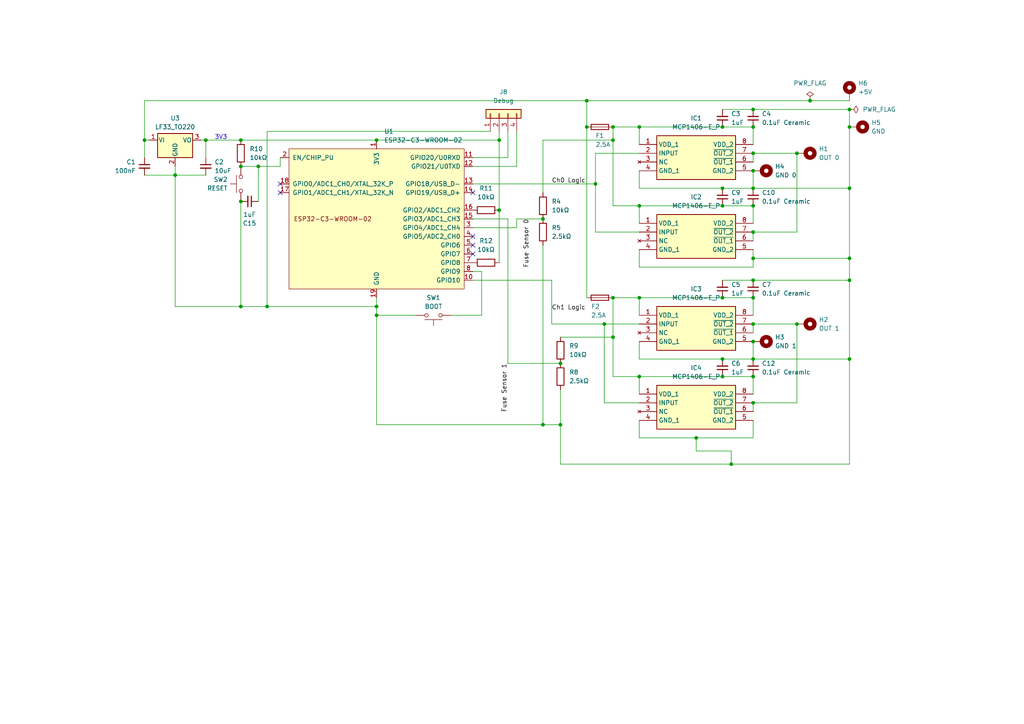
<source format=kicad_sch>
(kicad_sch (version 20230121) (generator eeschema)

  (uuid 830332fc-d5ce-45f6-a82f-790f637d45ac)

  (paper "A4")

  (lib_symbols
    (symbol "Connector_Generic:Conn_01x04" (pin_names (offset 1.016) hide) (in_bom yes) (on_board yes)
      (property "Reference" "J" (at 0 5.08 0)
        (effects (font (size 1.27 1.27)))
      )
      (property "Value" "Conn_01x04" (at 0 -7.62 0)
        (effects (font (size 1.27 1.27)))
      )
      (property "Footprint" "" (at 0 0 0)
        (effects (font (size 1.27 1.27)) hide)
      )
      (property "Datasheet" "~" (at 0 0 0)
        (effects (font (size 1.27 1.27)) hide)
      )
      (property "ki_keywords" "connector" (at 0 0 0)
        (effects (font (size 1.27 1.27)) hide)
      )
      (property "ki_description" "Generic connector, single row, 01x04, script generated (kicad-library-utils/schlib/autogen/connector/)" (at 0 0 0)
        (effects (font (size 1.27 1.27)) hide)
      )
      (property "ki_fp_filters" "Connector*:*_1x??_*" (at 0 0 0)
        (effects (font (size 1.27 1.27)) hide)
      )
      (symbol "Conn_01x04_1_1"
        (rectangle (start -1.27 -4.953) (end 0 -5.207)
          (stroke (width 0.1524) (type default))
          (fill (type none))
        )
        (rectangle (start -1.27 -2.413) (end 0 -2.667)
          (stroke (width 0.1524) (type default))
          (fill (type none))
        )
        (rectangle (start -1.27 0.127) (end 0 -0.127)
          (stroke (width 0.1524) (type default))
          (fill (type none))
        )
        (rectangle (start -1.27 2.667) (end 0 2.413)
          (stroke (width 0.1524) (type default))
          (fill (type none))
        )
        (rectangle (start -1.27 3.81) (end 1.27 -6.35)
          (stroke (width 0.254) (type default))
          (fill (type background))
        )
        (pin passive line (at -5.08 2.54 0) (length 3.81)
          (name "Pin_1" (effects (font (size 1.27 1.27))))
          (number "1" (effects (font (size 1.27 1.27))))
        )
        (pin passive line (at -5.08 0 0) (length 3.81)
          (name "Pin_2" (effects (font (size 1.27 1.27))))
          (number "2" (effects (font (size 1.27 1.27))))
        )
        (pin passive line (at -5.08 -2.54 0) (length 3.81)
          (name "Pin_3" (effects (font (size 1.27 1.27))))
          (number "3" (effects (font (size 1.27 1.27))))
        )
        (pin passive line (at -5.08 -5.08 0) (length 3.81)
          (name "Pin_4" (effects (font (size 1.27 1.27))))
          (number "4" (effects (font (size 1.27 1.27))))
        )
      )
    )
    (symbol "Device:C_Small" (pin_numbers hide) (pin_names (offset 0.254) hide) (in_bom yes) (on_board yes)
      (property "Reference" "C" (at 0.254 1.778 0)
        (effects (font (size 1.27 1.27)) (justify left))
      )
      (property "Value" "C_Small" (at 0.254 -2.032 0)
        (effects (font (size 1.27 1.27)) (justify left))
      )
      (property "Footprint" "" (at 0 0 0)
        (effects (font (size 1.27 1.27)) hide)
      )
      (property "Datasheet" "~" (at 0 0 0)
        (effects (font (size 1.27 1.27)) hide)
      )
      (property "ki_keywords" "capacitor cap" (at 0 0 0)
        (effects (font (size 1.27 1.27)) hide)
      )
      (property "ki_description" "Unpolarized capacitor, small symbol" (at 0 0 0)
        (effects (font (size 1.27 1.27)) hide)
      )
      (property "ki_fp_filters" "C_*" (at 0 0 0)
        (effects (font (size 1.27 1.27)) hide)
      )
      (symbol "C_Small_0_1"
        (polyline
          (pts
            (xy -1.524 -0.508)
            (xy 1.524 -0.508)
          )
          (stroke (width 0.3302) (type default))
          (fill (type none))
        )
        (polyline
          (pts
            (xy -1.524 0.508)
            (xy 1.524 0.508)
          )
          (stroke (width 0.3048) (type default))
          (fill (type none))
        )
      )
      (symbol "C_Small_1_1"
        (pin passive line (at 0 2.54 270) (length 2.032)
          (name "~" (effects (font (size 1.27 1.27))))
          (number "1" (effects (font (size 1.27 1.27))))
        )
        (pin passive line (at 0 -2.54 90) (length 2.032)
          (name "~" (effects (font (size 1.27 1.27))))
          (number "2" (effects (font (size 1.27 1.27))))
        )
      )
    )
    (symbol "Device:Fuse" (pin_numbers hide) (pin_names (offset 0)) (in_bom yes) (on_board yes)
      (property "Reference" "F" (at 2.032 0 90)
        (effects (font (size 1.27 1.27)))
      )
      (property "Value" "Fuse" (at -1.905 0 90)
        (effects (font (size 1.27 1.27)))
      )
      (property "Footprint" "" (at -1.778 0 90)
        (effects (font (size 1.27 1.27)) hide)
      )
      (property "Datasheet" "~" (at 0 0 0)
        (effects (font (size 1.27 1.27)) hide)
      )
      (property "ki_keywords" "fuse" (at 0 0 0)
        (effects (font (size 1.27 1.27)) hide)
      )
      (property "ki_description" "Fuse" (at 0 0 0)
        (effects (font (size 1.27 1.27)) hide)
      )
      (property "ki_fp_filters" "*Fuse*" (at 0 0 0)
        (effects (font (size 1.27 1.27)) hide)
      )
      (symbol "Fuse_0_1"
        (rectangle (start -0.762 -2.54) (end 0.762 2.54)
          (stroke (width 0.254) (type default))
          (fill (type none))
        )
        (polyline
          (pts
            (xy 0 2.54)
            (xy 0 -2.54)
          )
          (stroke (width 0) (type default))
          (fill (type none))
        )
      )
      (symbol "Fuse_1_1"
        (pin passive line (at 0 3.81 270) (length 1.27)
          (name "~" (effects (font (size 1.27 1.27))))
          (number "1" (effects (font (size 1.27 1.27))))
        )
        (pin passive line (at 0 -3.81 90) (length 1.27)
          (name "~" (effects (font (size 1.27 1.27))))
          (number "2" (effects (font (size 1.27 1.27))))
        )
      )
    )
    (symbol "Device:R" (pin_numbers hide) (pin_names (offset 0)) (in_bom yes) (on_board yes)
      (property "Reference" "R" (at 2.032 0 90)
        (effects (font (size 1.27 1.27)))
      )
      (property "Value" "R" (at 0 0 90)
        (effects (font (size 1.27 1.27)))
      )
      (property "Footprint" "" (at -1.778 0 90)
        (effects (font (size 1.27 1.27)) hide)
      )
      (property "Datasheet" "~" (at 0 0 0)
        (effects (font (size 1.27 1.27)) hide)
      )
      (property "ki_keywords" "R res resistor" (at 0 0 0)
        (effects (font (size 1.27 1.27)) hide)
      )
      (property "ki_description" "Resistor" (at 0 0 0)
        (effects (font (size 1.27 1.27)) hide)
      )
      (property "ki_fp_filters" "R_*" (at 0 0 0)
        (effects (font (size 1.27 1.27)) hide)
      )
      (symbol "R_0_1"
        (rectangle (start -1.016 -2.54) (end 1.016 2.54)
          (stroke (width 0.254) (type default))
          (fill (type none))
        )
      )
      (symbol "R_1_1"
        (pin passive line (at 0 3.81 270) (length 1.27)
          (name "~" (effects (font (size 1.27 1.27))))
          (number "1" (effects (font (size 1.27 1.27))))
        )
        (pin passive line (at 0 -3.81 90) (length 1.27)
          (name "~" (effects (font (size 1.27 1.27))))
          (number "2" (effects (font (size 1.27 1.27))))
        )
      )
    )
    (symbol "Mechanical:MountingHole_Pad" (pin_numbers hide) (pin_names (offset 1.016) hide) (in_bom yes) (on_board yes)
      (property "Reference" "H" (at 0 6.35 0)
        (effects (font (size 1.27 1.27)))
      )
      (property "Value" "MountingHole_Pad" (at 0 4.445 0)
        (effects (font (size 1.27 1.27)))
      )
      (property "Footprint" "" (at 0 0 0)
        (effects (font (size 1.27 1.27)) hide)
      )
      (property "Datasheet" "~" (at 0 0 0)
        (effects (font (size 1.27 1.27)) hide)
      )
      (property "ki_keywords" "mounting hole" (at 0 0 0)
        (effects (font (size 1.27 1.27)) hide)
      )
      (property "ki_description" "Mounting Hole with connection" (at 0 0 0)
        (effects (font (size 1.27 1.27)) hide)
      )
      (property "ki_fp_filters" "MountingHole*Pad*" (at 0 0 0)
        (effects (font (size 1.27 1.27)) hide)
      )
      (symbol "MountingHole_Pad_0_1"
        (circle (center 0 1.27) (radius 1.27)
          (stroke (width 1.27) (type default))
          (fill (type none))
        )
      )
      (symbol "MountingHole_Pad_1_1"
        (pin input line (at 0 -2.54 90) (length 2.54)
          (name "1" (effects (font (size 1.27 1.27))))
          (number "1" (effects (font (size 1.27 1.27))))
        )
      )
    )
    (symbol "PCM_Espressif:ESP32-C3-WROOM-02" (pin_names (offset 1.016)) (in_bom yes) (on_board yes)
      (property "Reference" "U" (at -25.4 25.4 0)
        (effects (font (size 1.27 1.27)) (justify left))
      )
      (property "Value" "ESP32-C3-WROOM-02" (at -25.4 22.86 0)
        (effects (font (size 1.27 1.27)) (justify left))
      )
      (property "Footprint" "PCM_Espressif:ESP32-C3-WROOM-02" (at 0 -30.48 0)
        (effects (font (size 1.27 1.27)) hide)
      )
      (property "Datasheet" "https://www.espressif.com/sites/default/files/documentation/esp32-c3-wroom-02_datasheet_en.pdf" (at -2.54 -33.02 0)
        (effects (font (size 1.27 1.27)) hide)
      )
      (property "ki_keywords" "esp32-c3 module" (at 0 0 0)
        (effects (font (size 1.27 1.27)) hide)
      )
      (property "ki_description" "ESP32-C3-WROOM-02 is a general-purpose Wi-Fi and Bluetooth LE module. This module features a rich set of peripherals and high performance, which makes it an ideal choice for smart home, industrial automation, health care, consumer electronics, etc." (at 0 0 0)
        (effects (font (size 1.27 1.27)) hide)
      )
      (symbol "ESP32-C3-WROOM-02_0_0"
        (text "ESP32-C3-WROOM-02" (at -12.7 0 0)
          (effects (font (size 1.27 1.27)))
        )
      )
      (symbol "ESP32-C3-WROOM-02_0_1"
        (rectangle (start 25.4 20.32) (end -25.4 -20.32)
          (stroke (width 0) (type default))
          (fill (type background))
        )
      )
      (symbol "ESP32-C3-WROOM-02_1_1"
        (pin power_in line (at 0 22.86 270) (length 2.54)
          (name "3V3" (effects (font (size 1.27 1.27))))
          (number "1" (effects (font (size 1.27 1.27))))
        )
        (pin bidirectional line (at 27.94 -17.78 180) (length 2.54)
          (name "GPIO10" (effects (font (size 1.27 1.27))))
          (number "10" (effects (font (size 1.27 1.27))))
        )
        (pin bidirectional line (at 27.94 17.78 180) (length 2.54)
          (name "GPIO20/U0RXD" (effects (font (size 1.27 1.27))))
          (number "11" (effects (font (size 1.27 1.27))))
        )
        (pin bidirectional line (at 27.94 15.24 180) (length 2.54)
          (name "GPIO21/U0TXD" (effects (font (size 1.27 1.27))))
          (number "12" (effects (font (size 1.27 1.27))))
        )
        (pin bidirectional line (at 27.94 10.16 180) (length 2.54)
          (name "GPIO18/USB_D-" (effects (font (size 1.27 1.27))))
          (number "13" (effects (font (size 1.27 1.27))))
        )
        (pin bidirectional line (at 27.94 7.62 180) (length 2.54)
          (name "GPIO19/USB_D+" (effects (font (size 1.27 1.27))))
          (number "14" (effects (font (size 1.27 1.27))))
        )
        (pin bidirectional line (at 27.94 0 180) (length 2.54)
          (name "GPIO3/ADC1_CH3" (effects (font (size 1.27 1.27))))
          (number "15" (effects (font (size 1.27 1.27))))
        )
        (pin bidirectional line (at 27.94 2.54 180) (length 2.54)
          (name "GPIO2/ADC1_CH2" (effects (font (size 1.27 1.27))))
          (number "16" (effects (font (size 1.27 1.27))))
        )
        (pin bidirectional line (at -27.94 7.62 0) (length 2.54)
          (name "GPIO1/ADC1_CH1/XTAL_32K_N" (effects (font (size 1.27 1.27))))
          (number "17" (effects (font (size 1.27 1.27))))
        )
        (pin bidirectional line (at -27.94 10.16 0) (length 2.54)
          (name "GPIO0/ADC1_CH0/XTAL_32K_P" (effects (font (size 1.27 1.27))))
          (number "18" (effects (font (size 1.27 1.27))))
        )
        (pin power_in line (at 0 -22.86 90) (length 2.54)
          (name "GND" (effects (font (size 1.27 1.27))))
          (number "19" (effects (font (size 1.27 1.27))))
        )
        (pin input line (at -27.94 17.78 0) (length 2.54)
          (name "EN/CHIP_PU" (effects (font (size 1.27 1.27))))
          (number "2" (effects (font (size 1.27 1.27))))
        )
        (pin bidirectional line (at 27.94 -2.54 180) (length 2.54)
          (name "GPIO4/ADC1_CH4" (effects (font (size 1.27 1.27))))
          (number "3" (effects (font (size 1.27 1.27))))
        )
        (pin bidirectional line (at 27.94 -5.08 180) (length 2.54)
          (name "GPIO5/ADC2_CH0" (effects (font (size 1.27 1.27))))
          (number "4" (effects (font (size 1.27 1.27))))
        )
        (pin bidirectional line (at 27.94 -7.62 180) (length 2.54)
          (name "GPIO6" (effects (font (size 1.27 1.27))))
          (number "5" (effects (font (size 1.27 1.27))))
        )
        (pin bidirectional line (at 27.94 -10.16 180) (length 2.54)
          (name "GPIO7" (effects (font (size 1.27 1.27))))
          (number "6" (effects (font (size 1.27 1.27))))
        )
        (pin bidirectional line (at 27.94 -12.7 180) (length 2.54)
          (name "GPIO8" (effects (font (size 1.27 1.27))))
          (number "7" (effects (font (size 1.27 1.27))))
        )
        (pin bidirectional line (at 27.94 -15.24 180) (length 2.54)
          (name "GPIO9" (effects (font (size 1.27 1.27))))
          (number "8" (effects (font (size 1.27 1.27))))
        )
        (pin passive line (at 0 -22.86 90) (length 2.54) hide
          (name "GND" (effects (font (size 1.27 1.27))))
          (number "9" (effects (font (size 1.27 1.27))))
        )
      )
    )
    (symbol "Project_Symbols:MCP1406-E_P" (in_bom yes) (on_board yes)
      (property "Reference" "IC" (at 29.21 7.62 0)
        (effects (font (size 1.27 1.27)) (justify left top))
      )
      (property "Value" "MCP1406-E_P" (at 29.21 5.08 0)
        (effects (font (size 1.27 1.27)) (justify left top))
      )
      (property "Footprint" "DIP794W56P254L946H432Q8N" (at 29.21 -94.92 0)
        (effects (font (size 1.27 1.27)) (justify left top) hide)
      )
      (property "Datasheet" "http://componentsearchengine.com/Datasheets/1/MCP1406-E_P.pdf" (at 29.21 -194.92 0)
        (effects (font (size 1.27 1.27)) (justify left top) hide)
      )
      (property "Height" "4.32" (at 29.21 -394.92 0)
        (effects (font (size 1.27 1.27)) (justify left top) hide)
      )
      (property "Mouser Part Number" "579-MCP1406-E/P" (at 29.21 -494.92 0)
        (effects (font (size 1.27 1.27)) (justify left top) hide)
      )
      (property "Mouser Price/Stock" "https://www.mouser.co.uk/ProductDetail/Microchip-Technology/MCP1406-E-P?qs=r%2FVmNO8Tjq4HuF7kPYWcGQ%3D%3D" (at 29.21 -594.92 0)
        (effects (font (size 1.27 1.27)) (justify left top) hide)
      )
      (property "Manufacturer_Name" "Microchip" (at 29.21 -694.92 0)
        (effects (font (size 1.27 1.27)) (justify left top) hide)
      )
      (property "Manufacturer_Part_Number" "MCP1406-E/P" (at 29.21 -794.92 0)
        (effects (font (size 1.27 1.27)) (justify left top) hide)
      )
      (property "ki_description" "Microchip MCP1406-E/P, MOSFET Power Driver 6A, 4.5  18 V, Inverting, 8-Pin PDIP" (at 0 0 0)
        (effects (font (size 1.27 1.27)) hide)
      )
      (symbol "MCP1406-E_P_1_1"
        (rectangle (start 5.08 2.54) (end 27.94 -10.16)
          (stroke (width 0.254) (type default))
          (fill (type background))
        )
        (pin passive line (at 0 0 0) (length 5.08)
          (name "VDD_1" (effects (font (size 1.27 1.27))))
          (number "1" (effects (font (size 1.27 1.27))))
        )
        (pin passive line (at 0 -2.54 0) (length 5.08)
          (name "INPUT" (effects (font (size 1.27 1.27))))
          (number "2" (effects (font (size 1.27 1.27))))
        )
        (pin no_connect line (at 0 -5.08 0) (length 5.08)
          (name "NC" (effects (font (size 1.27 1.27))))
          (number "3" (effects (font (size 1.27 1.27))))
        )
        (pin passive line (at 0 -7.62 0) (length 5.08)
          (name "GND_1" (effects (font (size 1.27 1.27))))
          (number "4" (effects (font (size 1.27 1.27))))
        )
        (pin passive line (at 33.02 -7.62 180) (length 5.08)
          (name "GND_2" (effects (font (size 1.27 1.27))))
          (number "5" (effects (font (size 1.27 1.27))))
        )
        (pin passive line (at 33.02 -5.08 180) (length 5.08)
          (name "~{OUT_1}" (effects (font (size 1.27 1.27))))
          (number "6" (effects (font (size 1.27 1.27))))
        )
        (pin passive line (at 33.02 -2.54 180) (length 5.08)
          (name "~{OUT_2}" (effects (font (size 1.27 1.27))))
          (number "7" (effects (font (size 1.27 1.27))))
        )
        (pin passive line (at 33.02 0 180) (length 5.08)
          (name "VDD_2" (effects (font (size 1.27 1.27))))
          (number "8" (effects (font (size 1.27 1.27))))
        )
      )
    )
    (symbol "Regulator_Linear:LF33_TO220" (pin_names (offset 0.254)) (in_bom yes) (on_board yes)
      (property "Reference" "U" (at -3.81 3.175 0)
        (effects (font (size 1.27 1.27)))
      )
      (property "Value" "LF33_TO220" (at 0 3.175 0)
        (effects (font (size 1.27 1.27)) (justify left))
      )
      (property "Footprint" "Package_TO_SOT_THT:TO-220-3_Vertical" (at 0 5.715 0)
        (effects (font (size 1.27 1.27) italic) hide)
      )
      (property "Datasheet" "http://www.st.com/content/ccc/resource/technical/document/datasheet/c4/0e/7e/2a/be/bc/4c/bd/CD00000546.pdf/files/CD00000546.pdf/jcr:content/translations/en.CD00000546.pdf" (at 0 -1.27 0)
        (effects (font (size 1.27 1.27)) hide)
      )
      (property "ki_keywords" "LDO regulator voltage" (at 0 0 0)
        (effects (font (size 1.27 1.27)) hide)
      )
      (property "ki_description" "Low-drop Voltage Regulator, Io up to 500mA, Fixed Vo 3.3V, TO-220" (at 0 0 0)
        (effects (font (size 1.27 1.27)) hide)
      )
      (property "ki_fp_filters" "TO?220*" (at 0 0 0)
        (effects (font (size 1.27 1.27)) hide)
      )
      (symbol "LF33_TO220_0_1"
        (rectangle (start -5.08 1.905) (end 5.08 -5.08)
          (stroke (width 0.254) (type default))
          (fill (type background))
        )
      )
      (symbol "LF33_TO220_1_1"
        (pin power_in line (at -7.62 0 0) (length 2.54)
          (name "VI" (effects (font (size 1.27 1.27))))
          (number "1" (effects (font (size 1.27 1.27))))
        )
        (pin power_in line (at 0 -7.62 90) (length 2.54)
          (name "GND" (effects (font (size 1.27 1.27))))
          (number "2" (effects (font (size 1.27 1.27))))
        )
        (pin power_out line (at 7.62 0 180) (length 2.54)
          (name "VO" (effects (font (size 1.27 1.27))))
          (number "3" (effects (font (size 1.27 1.27))))
        )
      )
    )
    (symbol "Switch:SW_Push" (pin_numbers hide) (pin_names (offset 1.016) hide) (in_bom yes) (on_board yes)
      (property "Reference" "SW" (at 1.27 2.54 0)
        (effects (font (size 1.27 1.27)) (justify left))
      )
      (property "Value" "SW_Push" (at 0 -1.524 0)
        (effects (font (size 1.27 1.27)))
      )
      (property "Footprint" "" (at 0 5.08 0)
        (effects (font (size 1.27 1.27)) hide)
      )
      (property "Datasheet" "~" (at 0 5.08 0)
        (effects (font (size 1.27 1.27)) hide)
      )
      (property "ki_keywords" "switch normally-open pushbutton push-button" (at 0 0 0)
        (effects (font (size 1.27 1.27)) hide)
      )
      (property "ki_description" "Push button switch, generic, two pins" (at 0 0 0)
        (effects (font (size 1.27 1.27)) hide)
      )
      (symbol "SW_Push_0_1"
        (circle (center -2.032 0) (radius 0.508)
          (stroke (width 0) (type default))
          (fill (type none))
        )
        (polyline
          (pts
            (xy 0 1.27)
            (xy 0 3.048)
          )
          (stroke (width 0) (type default))
          (fill (type none))
        )
        (polyline
          (pts
            (xy 2.54 1.27)
            (xy -2.54 1.27)
          )
          (stroke (width 0) (type default))
          (fill (type none))
        )
        (circle (center 2.032 0) (radius 0.508)
          (stroke (width 0) (type default))
          (fill (type none))
        )
        (pin passive line (at -5.08 0 0) (length 2.54)
          (name "1" (effects (font (size 1.27 1.27))))
          (number "1" (effects (font (size 1.27 1.27))))
        )
        (pin passive line (at 5.08 0 180) (length 2.54)
          (name "2" (effects (font (size 1.27 1.27))))
          (number "2" (effects (font (size 1.27 1.27))))
        )
      )
    )
    (symbol "power:PWR_FLAG" (power) (pin_numbers hide) (pin_names (offset 0) hide) (in_bom yes) (on_board yes)
      (property "Reference" "#FLG" (at 0 1.905 0)
        (effects (font (size 1.27 1.27)) hide)
      )
      (property "Value" "PWR_FLAG" (at 0 3.81 0)
        (effects (font (size 1.27 1.27)))
      )
      (property "Footprint" "" (at 0 0 0)
        (effects (font (size 1.27 1.27)) hide)
      )
      (property "Datasheet" "~" (at 0 0 0)
        (effects (font (size 1.27 1.27)) hide)
      )
      (property "ki_keywords" "flag power" (at 0 0 0)
        (effects (font (size 1.27 1.27)) hide)
      )
      (property "ki_description" "Special symbol for telling ERC where power comes from" (at 0 0 0)
        (effects (font (size 1.27 1.27)) hide)
      )
      (symbol "PWR_FLAG_0_0"
        (pin power_out line (at 0 0 90) (length 0)
          (name "pwr" (effects (font (size 1.27 1.27))))
          (number "1" (effects (font (size 1.27 1.27))))
        )
      )
      (symbol "PWR_FLAG_0_1"
        (polyline
          (pts
            (xy 0 0)
            (xy 0 1.27)
            (xy -1.016 1.905)
            (xy 0 2.54)
            (xy 1.016 1.905)
            (xy 0 1.27)
          )
          (stroke (width 0) (type default))
          (fill (type none))
        )
      )
    )
  )

  (junction (at 177.8 40.64) (diameter 0) (color 0 0 0 0)
    (uuid 06fa234e-efc7-467a-b2b8-502c16fc9e60)
  )
  (junction (at 209.55 54.61) (diameter 0) (color 0 0 0 0)
    (uuid 07ee54b6-7f23-4c2e-8cdd-35fd8616f8b2)
  )
  (junction (at 218.44 59.69) (diameter 0) (color 0 0 0 0)
    (uuid 08f0f2cb-bd3a-40c5-921c-8dae4a19f06c)
  )
  (junction (at 246.38 74.93) (diameter 0) (color 0 0 0 0)
    (uuid 0f58657e-dee7-4575-9f1d-a4633d02bfed)
  )
  (junction (at 157.48 123.19) (diameter 0) (color 0 0 0 0)
    (uuid 1048f851-7245-40c5-a64a-e1e92df970ab)
  )
  (junction (at 109.22 88.9) (diameter 0) (color 0 0 0 0)
    (uuid 1457ad4e-363a-4c88-9f3d-defbdc49ccde)
  )
  (junction (at 162.56 105.41) (diameter 0) (color 0 0 0 0)
    (uuid 147b7c51-ac98-4bde-b31b-13fe04fca520)
  )
  (junction (at 246.38 54.61) (diameter 0) (color 0 0 0 0)
    (uuid 157e8f1b-a610-415e-b3b9-9a23cd12ad0c)
  )
  (junction (at 109.22 91.44) (diameter 0) (color 0 0 0 0)
    (uuid 1a6387a2-d060-40d0-b3ca-870470a0930a)
  )
  (junction (at 177.8 97.79) (diameter 0) (color 0 0 0 0)
    (uuid 1a980f6b-554c-41e7-afa6-121f6c0f1ca7)
  )
  (junction (at 218.44 36.83) (diameter 0) (color 0 0 0 0)
    (uuid 1bf8a400-3347-4fc2-bbec-00e136a32a7c)
  )
  (junction (at 218.44 74.93) (diameter 0) (color 0 0 0 0)
    (uuid 246bb082-4a27-49cb-96fb-3fa61d59bf8e)
  )
  (junction (at 144.78 40.64) (diameter 0) (color 0 0 0 0)
    (uuid 26367dd2-06ae-4bc4-a6e3-1f4e18ee4b30)
  )
  (junction (at 218.44 54.61) (diameter 0) (color 0 0 0 0)
    (uuid 2928d5b0-1fe9-440a-ab70-750787965a68)
  )
  (junction (at 246.38 104.14) (diameter 0) (color 0 0 0 0)
    (uuid 2da02550-b0a3-4f71-ab9b-f3f1792f834b)
  )
  (junction (at 209.55 86.36) (diameter 0) (color 0 0 0 0)
    (uuid 2ebac0e7-5da3-4a51-a89b-fe9c834920c3)
  )
  (junction (at 212.09 134.62) (diameter 0) (color 0 0 0 0)
    (uuid 302fc16f-57f5-4cfb-bc2a-c76753f5932d)
  )
  (junction (at 41.91 40.64) (diameter 0) (color 0 0 0 0)
    (uuid 30678bf8-d9f7-46bf-989c-80e328702125)
  )
  (junction (at 172.72 53.34) (diameter 0) (color 0 0 0 0)
    (uuid 34e68701-e6f3-4d09-aafa-3b09cd91ba83)
  )
  (junction (at 201.93 127) (diameter 0) (color 0 0 0 0)
    (uuid 37c014e6-e552-4205-8c90-f92410052ef4)
  )
  (junction (at 209.55 36.83) (diameter 0) (color 0 0 0 0)
    (uuid 3ede4644-c3ce-45cc-8296-ab88c162dbb3)
  )
  (junction (at 209.55 59.69) (diameter 0) (color 0 0 0 0)
    (uuid 40e21f6e-6741-468d-b6d1-443e02d472eb)
  )
  (junction (at 231.14 44.45) (diameter 0) (color 0 0 0 0)
    (uuid 4a827c1a-7aa4-4ebf-a3fa-27f15bfab2fd)
  )
  (junction (at 209.55 109.22) (diameter 0) (color 0 0 0 0)
    (uuid 4db1cc13-027b-4046-9b3a-86344d6cde14)
  )
  (junction (at 218.44 81.28) (diameter 0) (color 0 0 0 0)
    (uuid 50106e22-bcf7-49ca-8d5c-643fcd2e7529)
  )
  (junction (at 218.44 99.06) (diameter 0) (color 0 0 0 0)
    (uuid 50b0213a-464f-465f-b1aa-021530d1bfbe)
  )
  (junction (at 74.93 48.26) (diameter 0) (color 0 0 0 0)
    (uuid 5290399d-9e10-4797-aa5b-d0226999c78e)
  )
  (junction (at 157.48 63.5) (diameter 0) (color 0 0 0 0)
    (uuid 58319cde-5ed5-4f8e-ab8f-fd8ea32c7025)
  )
  (junction (at 185.42 59.69) (diameter 0) (color 0 0 0 0)
    (uuid 5c9f3c90-83c3-474f-a203-3f7ac879d9e9)
  )
  (junction (at 218.44 67.31) (diameter 0) (color 0 0 0 0)
    (uuid 5d20d94a-df06-4e1b-8f5a-e22332099f08)
  )
  (junction (at 246.38 81.28) (diameter 0) (color 0 0 0 0)
    (uuid 5e500a3c-c961-4c58-b16e-94c6b5741994)
  )
  (junction (at 162.56 123.19) (diameter 0) (color 0 0 0 0)
    (uuid 67013539-16ea-4d08-86d3-961679ecc9a5)
  )
  (junction (at 170.18 36.83) (diameter 0) (color 0 0 0 0)
    (uuid 681fce8e-c370-4ae0-a68e-d3b6d5726da1)
  )
  (junction (at 246.38 36.83) (diameter 0) (color 0 0 0 0)
    (uuid 6979c321-a2bc-4a7c-b590-e6403c674f9f)
  )
  (junction (at 69.85 48.26) (diameter 0) (color 0 0 0 0)
    (uuid 6a385fcc-7142-4b05-a394-9be560c960e6)
  )
  (junction (at 218.44 116.84) (diameter 0) (color 0 0 0 0)
    (uuid 74bb58ac-618d-4d45-8ada-c12c35a1b2fd)
  )
  (junction (at 218.44 49.53) (diameter 0) (color 0 0 0 0)
    (uuid 89ead25b-bb68-469b-aa61-a0a2fb0edd8f)
  )
  (junction (at 218.44 104.14) (diameter 0) (color 0 0 0 0)
    (uuid 93bbde39-b7ae-4321-94fd-be3b4e0c6588)
  )
  (junction (at 218.44 86.36) (diameter 0) (color 0 0 0 0)
    (uuid 9566e433-27c6-42c6-b16e-8d2e4bdf26bb)
  )
  (junction (at 144.78 60.96) (diameter 0) (color 0 0 0 0)
    (uuid 9657f371-d1f0-4e55-8ee8-748df4855cc2)
  )
  (junction (at 209.55 104.14) (diameter 0) (color 0 0 0 0)
    (uuid 986f8cb1-cebf-45f4-84fd-4bbb4c10e74e)
  )
  (junction (at 218.44 44.45) (diameter 0) (color 0 0 0 0)
    (uuid 99270485-ee0d-4b22-971d-75ff47c6b857)
  )
  (junction (at 185.42 36.83) (diameter 0) (color 0 0 0 0)
    (uuid 9f61fc5c-17e5-4cba-9860-45d0ba21b1d3)
  )
  (junction (at 77.47 88.9) (diameter 0) (color 0 0 0 0)
    (uuid a300a778-bf32-4136-b1d0-24fe1decff11)
  )
  (junction (at 170.18 29.21) (diameter 0) (color 0 0 0 0)
    (uuid a36856ed-55e4-4458-b04d-f0c09ddcb7d5)
  )
  (junction (at 218.44 31.75) (diameter 0) (color 0 0 0 0)
    (uuid a51b58f0-b2dc-408a-84f1-1f205c633340)
  )
  (junction (at 69.85 88.9) (diameter 0) (color 0 0 0 0)
    (uuid bb275d2c-9866-4703-bb7b-2d51239e00fe)
  )
  (junction (at 218.44 109.22) (diameter 0) (color 0 0 0 0)
    (uuid bc18cddf-ec2e-4c73-8cc3-39aa006d4824)
  )
  (junction (at 185.42 86.36) (diameter 0) (color 0 0 0 0)
    (uuid bf6340dd-703c-4757-951f-2e7fc175f634)
  )
  (junction (at 69.85 58.42) (diameter 0) (color 0 0 0 0)
    (uuid c06f3a23-1cdd-43ea-9d8e-5eb2cf829d59)
  )
  (junction (at 177.8 36.83) (diameter 0) (color 0 0 0 0)
    (uuid cf714351-d644-4a67-85a6-f948a27a7d09)
  )
  (junction (at 69.85 40.64) (diameter 0) (color 0 0 0 0)
    (uuid d7cd57f5-bba5-47c0-8927-d402285cef90)
  )
  (junction (at 231.14 93.98) (diameter 0) (color 0 0 0 0)
    (uuid d7e6c1e9-cf17-48d9-a3fd-646ea61c87da)
  )
  (junction (at 185.42 109.22) (diameter 0) (color 0 0 0 0)
    (uuid d8905750-2a2c-460e-a9a4-fc35400c84e9)
  )
  (junction (at 50.8 50.8) (diameter 0) (color 0 0 0 0)
    (uuid dcd6aff6-6e38-4cc7-aeef-2b6dc007fab8)
  )
  (junction (at 177.8 86.36) (diameter 0) (color 0 0 0 0)
    (uuid e3c5e709-a16c-4a3c-a5b6-8ebcf4a42fd9)
  )
  (junction (at 246.38 31.75) (diameter 0) (color 0 0 0 0)
    (uuid e624c913-d659-4321-b640-ca14edfc24e0)
  )
  (junction (at 59.69 40.64) (diameter 0) (color 0 0 0 0)
    (uuid e8b21221-df5d-4d41-9259-1fd1bac47611)
  )
  (junction (at 175.26 93.98) (diameter 0) (color 0 0 0 0)
    (uuid edbfbba1-56b0-41fa-82f6-a3b7c666887a)
  )
  (junction (at 109.22 40.64) (diameter 0) (color 0 0 0 0)
    (uuid f8ff20ad-7426-4d10-a048-ac30224f8839)
  )
  (junction (at 218.44 93.98) (diameter 0) (color 0 0 0 0)
    (uuid fe9443b9-8efe-43c7-9c35-253fa34fb2e3)
  )
  (junction (at 234.95 29.21) (diameter 0) (color 0 0 0 0)
    (uuid fec419ce-340b-4aa4-8a21-a61ffe65cee4)
  )

  (no_connect (at 81.28 53.34) (uuid 4270d57c-8446-4df0-92a3-97b3a8fdec10))
  (no_connect (at 137.16 68.58) (uuid 6ea2f2df-f7ca-40f9-b67a-dba913a62b19))
  (no_connect (at 137.16 73.66) (uuid caa269dd-4fb1-41d1-8e02-b8e3b5e0e315))
  (no_connect (at 81.28 55.88) (uuid d00f3423-e9c5-4236-8e64-0bd218bbe059))
  (no_connect (at 137.16 71.12) (uuid d236b723-ec7e-41a1-8c43-fc7c3eb9e513))
  (no_connect (at 137.16 55.88) (uuid d6ee52d1-c731-410a-8f48-4e0f1799888d))

  (wire (pts (xy 246.38 134.62) (xy 212.09 134.62))
    (stroke (width 0) (type default))
    (uuid 01481bbc-7cba-4ab0-80e7-489c53464b4d)
  )
  (wire (pts (xy 50.8 50.8) (xy 50.8 88.9))
    (stroke (width 0) (type default))
    (uuid 02e8110e-e7d4-46be-9d87-812680bc254c)
  )
  (wire (pts (xy 157.48 40.64) (xy 157.48 55.88))
    (stroke (width 0) (type default))
    (uuid 03d49894-2b3c-472b-8c61-64d6ebb72b27)
  )
  (wire (pts (xy 137.16 66.04) (xy 149.86 66.04))
    (stroke (width 0) (type default))
    (uuid 04a0d449-d84a-4777-87e6-f66b7c5c483e)
  )
  (wire (pts (xy 69.85 88.9) (xy 77.47 88.9))
    (stroke (width 0) (type default))
    (uuid 06ff020f-8911-4c13-8d1c-151f847a81ad)
  )
  (wire (pts (xy 147.32 105.41) (xy 162.56 105.41))
    (stroke (width 0) (type default))
    (uuid 0735f424-6244-48be-a52f-097320c86b94)
  )
  (wire (pts (xy 246.38 31.75) (xy 246.38 36.83))
    (stroke (width 0) (type default))
    (uuid 08653735-e266-42eb-a404-97fac9271637)
  )
  (wire (pts (xy 201.93 127) (xy 201.93 130.81))
    (stroke (width 0) (type default))
    (uuid 09e861ae-abbd-4e73-b94d-7badcad7b87a)
  )
  (wire (pts (xy 170.18 29.21) (xy 234.95 29.21))
    (stroke (width 0) (type default))
    (uuid 0b3431d4-cbd2-47fc-ba9a-35411b0f38b6)
  )
  (wire (pts (xy 209.55 81.28) (xy 218.44 81.28))
    (stroke (width 0) (type default))
    (uuid 1096fe8b-56ec-4496-8829-a87302b93500)
  )
  (wire (pts (xy 177.8 86.36) (xy 177.8 97.79))
    (stroke (width 0) (type default))
    (uuid 11c7a80d-1013-49d3-8c30-4dbc742eac5d)
  )
  (wire (pts (xy 185.42 109.22) (xy 185.42 114.3))
    (stroke (width 0) (type default))
    (uuid 15ea1ef5-9d47-4944-9ea8-ef44f868599c)
  )
  (wire (pts (xy 246.38 104.14) (xy 246.38 134.62))
    (stroke (width 0) (type default))
    (uuid 18fd0f7a-3b92-48ca-8af9-fd664e57d456)
  )
  (wire (pts (xy 41.91 40.64) (xy 41.91 45.72))
    (stroke (width 0) (type default))
    (uuid 19b1a5a5-8113-45f7-b7c7-9365640fcbbc)
  )
  (wire (pts (xy 50.8 50.8) (xy 59.69 50.8))
    (stroke (width 0) (type default))
    (uuid 1abdaef0-f3d4-4957-b0d5-790f1cb44e76)
  )
  (wire (pts (xy 218.44 49.53) (xy 218.44 54.61))
    (stroke (width 0) (type default))
    (uuid 1c858750-ca4e-4a58-962b-5aba7f1879f5)
  )
  (wire (pts (xy 160.02 81.28) (xy 160.02 93.98))
    (stroke (width 0) (type default))
    (uuid 1c94e4a2-752c-4205-9a18-eeabd0ac8fa2)
  )
  (wire (pts (xy 172.72 44.45) (xy 185.42 44.45))
    (stroke (width 0) (type default))
    (uuid 1d2877e9-7e9f-41b1-b14d-ac73bda860ea)
  )
  (wire (pts (xy 50.8 50.8) (xy 50.8 48.26))
    (stroke (width 0) (type default))
    (uuid 1fdf0c17-4962-4397-9820-df7333dff521)
  )
  (wire (pts (xy 139.7 78.74) (xy 137.16 78.74))
    (stroke (width 0) (type default))
    (uuid 20da465d-35ac-423e-82f3-f473ef8abd49)
  )
  (wire (pts (xy 218.44 67.31) (xy 218.44 69.85))
    (stroke (width 0) (type default))
    (uuid 22e30db7-c175-4149-8666-441790752724)
  )
  (wire (pts (xy 212.09 134.62) (xy 162.56 134.62))
    (stroke (width 0) (type default))
    (uuid 24fced05-f9d1-4a67-b31f-818b3e1340d0)
  )
  (wire (pts (xy 218.44 31.75) (xy 246.38 31.75))
    (stroke (width 0) (type default))
    (uuid 26a75664-24c4-4caa-8aa2-3fc85f072e7d)
  )
  (wire (pts (xy 177.8 40.64) (xy 177.8 59.69))
    (stroke (width 0) (type default))
    (uuid 27c3bddf-9451-4681-af6a-36991442c742)
  )
  (wire (pts (xy 81.28 48.26) (xy 81.28 45.72))
    (stroke (width 0) (type default))
    (uuid 2a8c8a85-fa33-4bff-ba44-fd4cd1ea973d)
  )
  (wire (pts (xy 218.44 64.77) (xy 218.44 59.69))
    (stroke (width 0) (type default))
    (uuid 337a5684-278f-47d8-ab26-1ec781d336a2)
  )
  (wire (pts (xy 177.8 59.69) (xy 185.42 59.69))
    (stroke (width 0) (type default))
    (uuid 33ed5b64-8d45-41a9-b7e9-66e484227b57)
  )
  (wire (pts (xy 212.09 130.81) (xy 212.09 134.62))
    (stroke (width 0) (type default))
    (uuid 34066e1a-ea1c-4d3b-8107-1d162bc4f5ca)
  )
  (wire (pts (xy 185.42 36.83) (xy 209.55 36.83))
    (stroke (width 0) (type default))
    (uuid 35e4643e-7d32-4854-b90d-11f9438f8170)
  )
  (wire (pts (xy 218.44 72.39) (xy 218.44 74.93))
    (stroke (width 0) (type default))
    (uuid 36fcf207-6b2a-4516-be73-71978c3f271b)
  )
  (wire (pts (xy 162.56 97.79) (xy 177.8 97.79))
    (stroke (width 0) (type default))
    (uuid 380d58a7-1864-4762-8b3a-c2107ce970cb)
  )
  (wire (pts (xy 209.55 36.83) (xy 218.44 36.83))
    (stroke (width 0) (type default))
    (uuid 38daad9a-8678-41ad-8e95-136ea904d82a)
  )
  (wire (pts (xy 172.72 67.31) (xy 185.42 67.31))
    (stroke (width 0) (type default))
    (uuid 3d389ebb-3bd7-4b73-a1b2-7b48b9a4a796)
  )
  (wire (pts (xy 246.38 54.61) (xy 246.38 74.93))
    (stroke (width 0) (type default))
    (uuid 3e55f22c-899c-4e00-bdcd-604a999cc06f)
  )
  (wire (pts (xy 218.44 93.98) (xy 218.44 96.52))
    (stroke (width 0) (type default))
    (uuid 3e9e8580-7359-4131-9e30-4a4e88fe0aa7)
  )
  (wire (pts (xy 185.42 104.14) (xy 209.55 104.14))
    (stroke (width 0) (type default))
    (uuid 40df361b-2f25-4d40-8a9a-937f7d961121)
  )
  (wire (pts (xy 109.22 123.19) (xy 157.48 123.19))
    (stroke (width 0) (type default))
    (uuid 417b1fad-6a2a-4207-a654-256cb8416fb5)
  )
  (wire (pts (xy 218.44 91.44) (xy 218.44 86.36))
    (stroke (width 0) (type default))
    (uuid 428b026d-48ae-4b04-81cc-2b34f828a5a7)
  )
  (wire (pts (xy 209.55 109.22) (xy 218.44 109.22))
    (stroke (width 0) (type default))
    (uuid 4836e13d-3cf5-4f09-866d-894bf32d6a4e)
  )
  (wire (pts (xy 137.16 81.28) (xy 160.02 81.28))
    (stroke (width 0) (type default))
    (uuid 4a2a6232-1008-468d-9926-f675fb0921cd)
  )
  (wire (pts (xy 218.44 116.84) (xy 231.14 116.84))
    (stroke (width 0) (type default))
    (uuid 4cdb1e6b-ba37-4797-bb83-2fc3643e5245)
  )
  (wire (pts (xy 69.85 48.26) (xy 74.93 48.26))
    (stroke (width 0) (type default))
    (uuid 4d29e08b-fb12-424e-aca5-d895535125f4)
  )
  (wire (pts (xy 177.8 109.22) (xy 185.42 109.22))
    (stroke (width 0) (type default))
    (uuid 4dbd8f36-c143-4c4c-8e55-6c858f0da0ae)
  )
  (wire (pts (xy 218.44 99.06) (xy 218.44 104.14))
    (stroke (width 0) (type default))
    (uuid 5245eb57-c111-470b-9248-a8f094e66ed2)
  )
  (wire (pts (xy 185.42 59.69) (xy 209.55 59.69))
    (stroke (width 0) (type default))
    (uuid 537a3b9d-ca7f-4cd6-885f-2309bac54c76)
  )
  (wire (pts (xy 209.55 31.75) (xy 218.44 31.75))
    (stroke (width 0) (type default))
    (uuid 53db6c54-15a8-47bd-a8de-01e6881d01e9)
  )
  (wire (pts (xy 74.93 48.26) (xy 81.28 48.26))
    (stroke (width 0) (type default))
    (uuid 557ed82f-6bde-4478-9aa1-6e84950fca4e)
  )
  (wire (pts (xy 147.32 63.5) (xy 147.32 105.41))
    (stroke (width 0) (type default))
    (uuid 563431c5-f812-46da-b67e-32fa21262ab0)
  )
  (wire (pts (xy 160.02 93.98) (xy 175.26 93.98))
    (stroke (width 0) (type default))
    (uuid 59251bcc-b5c3-4471-8b4b-c30da480f8b6)
  )
  (wire (pts (xy 218.44 54.61) (xy 246.38 54.61))
    (stroke (width 0) (type default))
    (uuid 5da9989f-78d9-4f09-bdfa-5b1d6155edc8)
  )
  (wire (pts (xy 177.8 97.79) (xy 177.8 109.22))
    (stroke (width 0) (type default))
    (uuid 5f8b1bee-d878-459c-9416-b3a4f45ba64b)
  )
  (wire (pts (xy 201.93 130.81) (xy 212.09 130.81))
    (stroke (width 0) (type default))
    (uuid 60233c3b-dad6-485e-83ea-d4a35017a5ec)
  )
  (wire (pts (xy 185.42 36.83) (xy 185.42 41.91))
    (stroke (width 0) (type default))
    (uuid 623626af-9191-4c0f-8f19-151e2148fbaf)
  )
  (wire (pts (xy 77.47 88.9) (xy 109.22 88.9))
    (stroke (width 0) (type default))
    (uuid 62dda154-eb99-43cc-aa49-9b35d53d07e2)
  )
  (wire (pts (xy 201.93 127) (xy 218.44 127))
    (stroke (width 0) (type default))
    (uuid 6409c3a1-a058-41a3-ab21-fe31cd1f2e59)
  )
  (wire (pts (xy 185.42 54.61) (xy 209.55 54.61))
    (stroke (width 0) (type default))
    (uuid 66865b89-6941-4259-a425-a13ce51e75b0)
  )
  (wire (pts (xy 231.14 44.45) (xy 231.14 67.31))
    (stroke (width 0) (type default))
    (uuid 6deb58f3-1535-4316-9fe3-cdec26e06762)
  )
  (wire (pts (xy 109.22 88.9) (xy 109.22 91.44))
    (stroke (width 0) (type default))
    (uuid 6ee50971-0686-4878-8ddf-001a2353a1e4)
  )
  (wire (pts (xy 209.55 59.69) (xy 218.44 59.69))
    (stroke (width 0) (type default))
    (uuid 70c33c08-b146-4ebf-955d-0a0a7d21af9b)
  )
  (wire (pts (xy 149.86 48.26) (xy 149.86 38.1))
    (stroke (width 0) (type default))
    (uuid 723c7b84-0497-4114-9a42-b5ca3bffdf1a)
  )
  (wire (pts (xy 137.16 48.26) (xy 149.86 48.26))
    (stroke (width 0) (type default))
    (uuid 76ec5393-ad0b-4af2-8247-6726363b461c)
  )
  (wire (pts (xy 41.91 50.8) (xy 50.8 50.8))
    (stroke (width 0) (type default))
    (uuid 76f01ac2-e7d6-486f-a72f-6b3527e91ed8)
  )
  (wire (pts (xy 218.44 44.45) (xy 218.44 46.99))
    (stroke (width 0) (type default))
    (uuid 79292d32-5b53-43d7-93b2-781abce4f419)
  )
  (wire (pts (xy 170.18 29.21) (xy 170.18 36.83))
    (stroke (width 0) (type default))
    (uuid 7eeab560-f6fc-452f-926c-ff91de1b6df8)
  )
  (wire (pts (xy 218.44 74.93) (xy 246.38 74.93))
    (stroke (width 0) (type default))
    (uuid 7f075d0d-a05e-4d92-bbb2-6fc292071c1b)
  )
  (wire (pts (xy 175.26 116.84) (xy 185.42 116.84))
    (stroke (width 0) (type default))
    (uuid 7f111390-1e22-46fe-b473-e5ed6af619a7)
  )
  (wire (pts (xy 185.42 59.69) (xy 185.42 64.77))
    (stroke (width 0) (type default))
    (uuid 7f6133d8-ec81-43e5-9c55-93ec6af8e647)
  )
  (wire (pts (xy 218.44 114.3) (xy 218.44 109.22))
    (stroke (width 0) (type default))
    (uuid 85d96e0e-79bc-46f6-a3db-58544df04661)
  )
  (wire (pts (xy 69.85 58.42) (xy 69.85 88.9))
    (stroke (width 0) (type default))
    (uuid 860d14bf-8f42-4e9b-bc43-df84cef0401c)
  )
  (wire (pts (xy 147.32 63.5) (xy 137.16 63.5))
    (stroke (width 0) (type default))
    (uuid 87a713ce-f780-46ed-af57-dd022cb651cc)
  )
  (wire (pts (xy 147.32 45.72) (xy 147.32 38.1))
    (stroke (width 0) (type default))
    (uuid 87b77aa3-2dde-440b-b7b0-4369fc6acb09)
  )
  (wire (pts (xy 218.44 121.92) (xy 218.44 127))
    (stroke (width 0) (type default))
    (uuid 8b341951-6f8b-4741-99f9-586009916f07)
  )
  (wire (pts (xy 149.86 63.5) (xy 157.48 63.5))
    (stroke (width 0) (type default))
    (uuid 8bd2bbe2-5a70-478a-a3c6-62a432f4daae)
  )
  (wire (pts (xy 177.8 36.83) (xy 185.42 36.83))
    (stroke (width 0) (type default))
    (uuid 93204b7a-4a90-4d0d-bf7a-a263a6c285ef)
  )
  (wire (pts (xy 177.8 86.36) (xy 185.42 86.36))
    (stroke (width 0) (type default))
    (uuid 9866a010-47fe-4e8d-9abc-ea2335c92440)
  )
  (wire (pts (xy 162.56 113.03) (xy 162.56 123.19))
    (stroke (width 0) (type default))
    (uuid 9a72d33d-e7c1-4c23-beb1-ef57985e4a7d)
  )
  (wire (pts (xy 185.42 109.22) (xy 209.55 109.22))
    (stroke (width 0) (type default))
    (uuid 9c98df7c-8a4c-4af7-a1ed-7ba2e291791d)
  )
  (wire (pts (xy 185.42 121.92) (xy 185.42 127))
    (stroke (width 0) (type default))
    (uuid a326eb6d-ceba-4a7e-867e-b81af285fd77)
  )
  (wire (pts (xy 144.78 60.96) (xy 144.78 76.2))
    (stroke (width 0) (type default))
    (uuid a4a885cf-a81a-4053-ac02-55d7bf728a82)
  )
  (wire (pts (xy 185.42 86.36) (xy 209.55 86.36))
    (stroke (width 0) (type default))
    (uuid a6a400df-414d-4b22-a0ee-c010cdd4128d)
  )
  (wire (pts (xy 175.26 93.98) (xy 175.26 116.84))
    (stroke (width 0) (type default))
    (uuid a719de11-cb1d-4104-8a95-a77b1955b0d5)
  )
  (wire (pts (xy 246.38 36.83) (xy 246.38 54.61))
    (stroke (width 0) (type default))
    (uuid a7dbc91d-6599-43db-b903-23933f17717d)
  )
  (wire (pts (xy 109.22 91.44) (xy 120.65 91.44))
    (stroke (width 0) (type default))
    (uuid a86e98bd-85f9-4fcf-ac01-6d38a6e89a08)
  )
  (wire (pts (xy 185.42 99.06) (xy 185.42 104.14))
    (stroke (width 0) (type default))
    (uuid aaf732cd-84f4-44e6-bdf7-51b3eda03eaf)
  )
  (wire (pts (xy 109.22 91.44) (xy 109.22 123.19))
    (stroke (width 0) (type default))
    (uuid ad102963-13ae-4ec0-b6c6-34c785aa0fe1)
  )
  (wire (pts (xy 175.26 93.98) (xy 185.42 93.98))
    (stroke (width 0) (type default))
    (uuid ad1e24f3-04cd-4661-ab05-87f5af61d5e7)
  )
  (wire (pts (xy 41.91 40.64) (xy 43.18 40.64))
    (stroke (width 0) (type default))
    (uuid ad6fddd2-96db-4326-bb5a-57c9431daab9)
  )
  (wire (pts (xy 77.47 38.1) (xy 142.24 38.1))
    (stroke (width 0) (type default))
    (uuid af19b63e-2dbe-49d5-86f6-8415bf875f44)
  )
  (wire (pts (xy 185.42 49.53) (xy 185.42 54.61))
    (stroke (width 0) (type default))
    (uuid af58e784-4699-493e-9212-563a20c4f916)
  )
  (wire (pts (xy 209.55 86.36) (xy 218.44 86.36))
    (stroke (width 0) (type default))
    (uuid b263bda5-6118-40c7-8145-38b5548853ef)
  )
  (wire (pts (xy 41.91 29.21) (xy 170.18 29.21))
    (stroke (width 0) (type default))
    (uuid b26550f1-b563-407e-9ed5-ee05f26d3c27)
  )
  (wire (pts (xy 162.56 134.62) (xy 162.56 123.19))
    (stroke (width 0) (type default))
    (uuid b3343e49-3c74-4b35-9e19-e815b6123cb7)
  )
  (wire (pts (xy 185.42 72.39) (xy 185.42 77.47))
    (stroke (width 0) (type default))
    (uuid b461434a-e1ad-487c-9125-64438462272c)
  )
  (wire (pts (xy 149.86 66.04) (xy 149.86 63.5))
    (stroke (width 0) (type default))
    (uuid bb6ef1ac-0459-4b15-a166-19f84b514e9b)
  )
  (wire (pts (xy 218.44 104.14) (xy 246.38 104.14))
    (stroke (width 0) (type default))
    (uuid bbd815b8-9e5f-4447-abc8-23c796b68b36)
  )
  (wire (pts (xy 50.8 88.9) (xy 69.85 88.9))
    (stroke (width 0) (type default))
    (uuid c46fee21-b55d-484a-a1df-8b0ef7130ca4)
  )
  (wire (pts (xy 172.72 53.34) (xy 172.72 67.31))
    (stroke (width 0) (type default))
    (uuid c4e42eca-8ffb-43cf-95df-fe7c6113404e)
  )
  (wire (pts (xy 157.48 40.64) (xy 177.8 40.64))
    (stroke (width 0) (type default))
    (uuid c62b819d-0cd9-4cc3-8a8a-9e41f2110abc)
  )
  (wire (pts (xy 157.48 123.19) (xy 162.56 123.19))
    (stroke (width 0) (type default))
    (uuid c9035688-041d-410e-a9a5-167491a10ff5)
  )
  (wire (pts (xy 218.44 67.31) (xy 231.14 67.31))
    (stroke (width 0) (type default))
    (uuid c995681d-4f08-4b81-ae18-294ff3cc753a)
  )
  (wire (pts (xy 209.55 54.61) (xy 218.44 54.61))
    (stroke (width 0) (type default))
    (uuid ca53d838-5af1-4bec-ac38-114522ee8b4d)
  )
  (wire (pts (xy 218.44 44.45) (xy 231.14 44.45))
    (stroke (width 0) (type default))
    (uuid cab31573-7dd8-492e-98b7-4116661be90d)
  )
  (wire (pts (xy 218.44 81.28) (xy 246.38 81.28))
    (stroke (width 0) (type default))
    (uuid cad87667-68e7-4c66-a45d-6c6ca5ed8995)
  )
  (wire (pts (xy 246.38 81.28) (xy 246.38 104.14))
    (stroke (width 0) (type default))
    (uuid d081e4e5-d9ed-497f-b0ab-4dfca4756a17)
  )
  (wire (pts (xy 109.22 86.36) (xy 109.22 88.9))
    (stroke (width 0) (type default))
    (uuid d0bc7041-825f-4df5-a630-a8409ce10a87)
  )
  (wire (pts (xy 185.42 77.47) (xy 218.44 77.47))
    (stroke (width 0) (type default))
    (uuid d175e448-9ff2-47a8-b10d-fa7b4a2e220f)
  )
  (wire (pts (xy 137.16 45.72) (xy 147.32 45.72))
    (stroke (width 0) (type default))
    (uuid d27ad667-26e5-4df4-a1f3-357ad83b5617)
  )
  (wire (pts (xy 177.8 36.83) (xy 177.8 40.64))
    (stroke (width 0) (type default))
    (uuid d28b689f-1ba7-492e-ba3e-c377199eb3ad)
  )
  (wire (pts (xy 246.38 74.93) (xy 246.38 81.28))
    (stroke (width 0) (type default))
    (uuid d4cbb0d2-afe7-4898-9ffd-3c358ad48050)
  )
  (wire (pts (xy 218.44 74.93) (xy 218.44 77.47))
    (stroke (width 0) (type default))
    (uuid d542df5d-c0ec-4720-9f9d-bb2089f3c9b2)
  )
  (wire (pts (xy 185.42 127) (xy 201.93 127))
    (stroke (width 0) (type default))
    (uuid debecee3-b890-43fa-9602-df2409d3c7ea)
  )
  (wire (pts (xy 144.78 38.1) (xy 144.78 40.64))
    (stroke (width 0) (type default))
    (uuid def379bb-995e-48a8-ad00-77ae09998c8f)
  )
  (wire (pts (xy 130.81 91.44) (xy 139.7 91.44))
    (stroke (width 0) (type default))
    (uuid df8b0574-f114-4abc-a696-047a0450f0d6)
  )
  (wire (pts (xy 77.47 38.1) (xy 77.47 88.9))
    (stroke (width 0) (type default))
    (uuid e18a2e45-ac6c-4993-a5e1-c337e2bca55c)
  )
  (wire (pts (xy 69.85 40.64) (xy 59.69 40.64))
    (stroke (width 0) (type default))
    (uuid e1debb8b-a208-4ca4-89e3-a193dc79a218)
  )
  (wire (pts (xy 234.95 29.21) (xy 246.38 29.21))
    (stroke (width 0) (type default))
    (uuid e201acf4-0046-4d12-b16f-034b80c6622e)
  )
  (wire (pts (xy 209.55 104.14) (xy 218.44 104.14))
    (stroke (width 0) (type default))
    (uuid e56f509b-a180-47fa-b4fb-871642f1ee6b)
  )
  (wire (pts (xy 218.44 116.84) (xy 218.44 119.38))
    (stroke (width 0) (type default))
    (uuid e6a157b9-4160-4db4-b929-bc7528008c88)
  )
  (wire (pts (xy 144.78 60.96) (xy 144.78 40.64))
    (stroke (width 0) (type default))
    (uuid e7c54924-a45c-4386-9840-2fbf6a062316)
  )
  (wire (pts (xy 172.72 44.45) (xy 172.72 53.34))
    (stroke (width 0) (type default))
    (uuid e7e056e6-1fb2-4ce7-aa16-4343c023df6f)
  )
  (wire (pts (xy 41.91 29.21) (xy 41.91 40.64))
    (stroke (width 0) (type default))
    (uuid ea5af621-70bc-410d-b978-e5813e456e0d)
  )
  (wire (pts (xy 59.69 40.64) (xy 58.42 40.64))
    (stroke (width 0) (type default))
    (uuid ebaffc90-0a8b-4539-b243-43c96d3fe77d)
  )
  (wire (pts (xy 170.18 36.83) (xy 170.18 86.36))
    (stroke (width 0) (type default))
    (uuid ec4cc3d5-de87-4c4f-8bde-4422c8a9c130)
  )
  (wire (pts (xy 74.93 58.42) (xy 74.93 48.26))
    (stroke (width 0) (type default))
    (uuid f0be02ba-eb1f-4d60-ab64-c52d6025d7ab)
  )
  (wire (pts (xy 59.69 40.64) (xy 59.69 45.72))
    (stroke (width 0) (type default))
    (uuid f0cd441a-6f8d-4147-800c-9d665dbe03c7)
  )
  (wire (pts (xy 137.16 53.34) (xy 172.72 53.34))
    (stroke (width 0) (type default))
    (uuid f103087f-22be-4d95-9264-74e778062720)
  )
  (wire (pts (xy 139.7 91.44) (xy 139.7 78.74))
    (stroke (width 0) (type default))
    (uuid f6162890-2cf7-4336-a3b6-7ae024991f30)
  )
  (wire (pts (xy 157.48 71.12) (xy 157.48 123.19))
    (stroke (width 0) (type default))
    (uuid f6a7e7a3-885b-42ee-a10b-5a01397f5f12)
  )
  (wire (pts (xy 109.22 40.64) (xy 69.85 40.64))
    (stroke (width 0) (type default))
    (uuid f86dbb75-2e77-4444-84cf-79dbaaf84c01)
  )
  (wire (pts (xy 109.22 40.64) (xy 144.78 40.64))
    (stroke (width 0) (type default))
    (uuid f91b4cbf-333f-4f0e-8dbc-a03ad7219ab8)
  )
  (wire (pts (xy 185.42 86.36) (xy 185.42 91.44))
    (stroke (width 0) (type default))
    (uuid fb409318-023f-4d94-a5fc-78c807a21de9)
  )
  (wire (pts (xy 218.44 41.91) (xy 218.44 36.83))
    (stroke (width 0) (type default))
    (uuid fd9a9406-19df-43b2-a9ca-61020a815fc2)
  )
  (wire (pts (xy 231.14 93.98) (xy 231.14 116.84))
    (stroke (width 0) (type default))
    (uuid fdda1c7f-6bfd-4410-ae5a-052b2813ebf2)
  )
  (wire (pts (xy 218.44 93.98) (xy 231.14 93.98))
    (stroke (width 0) (type default))
    (uuid fee7b63f-54d1-4ef5-8dc3-69a2cc8873aa)
  )

  (text "3V3" (at 62.23 40.64 0)
    (effects (font (size 1.27 1.27)) (justify left bottom))
    (uuid 9cf796d3-e6fb-44be-b330-00d1bf61fb91)
  )

  (label "Fuse Sensor 1" (at 147.32 105.41 270) (fields_autoplaced)
    (effects (font (size 1.27 1.27)) (justify right bottom))
    (uuid 9bfc69fb-d49a-455d-a013-f948eae0b3f8)
  )
  (label "Ch0 Logic" (at 160.02 53.34 0) (fields_autoplaced)
    (effects (font (size 1.27 1.27)) (justify left bottom))
    (uuid c62acfb4-723b-4064-940f-c5f546e05788)
  )
  (label "Ch1 Logic" (at 160.02 90.17 0) (fields_autoplaced)
    (effects (font (size 1.27 1.27)) (justify left bottom))
    (uuid e52bdc88-2929-4e33-8f08-09d56db5bd08)
  )
  (label "Fuse Sensor 0" (at 153.67 63.5 270) (fields_autoplaced)
    (effects (font (size 1.27 1.27)) (justify right bottom))
    (uuid e6017b82-ef29-4a39-bb4e-77aa70bd5abc)
  )

  (symbol (lib_id "Device:R") (at 157.48 67.31 0) (unit 1)
    (in_bom yes) (on_board yes) (dnp no) (fields_autoplaced)
    (uuid 033fd991-d671-4a4d-9761-78f519067dec)
    (property "Reference" "R5" (at 160.02 66.04 0)
      (effects (font (size 1.27 1.27)) (justify left))
    )
    (property "Value" "2.5kΩ" (at 160.02 68.58 0)
      (effects (font (size 1.27 1.27)) (justify left))
    )
    (property "Footprint" "Resistor_THT:R_Axial_DIN0207_L6.3mm_D2.5mm_P7.62mm_Horizontal" (at 155.702 67.31 90)
      (effects (font (size 1.27 1.27)) hide)
    )
    (property "Datasheet" "~" (at 157.48 67.31 0)
      (effects (font (size 1.27 1.27)) hide)
    )
    (pin "2" (uuid 234e88ce-65bf-436e-b77a-961d21c1874a))
    (pin "1" (uuid 28a82977-4832-484e-836b-02cb4146459a))
    (instances
      (project "dgo_lights"
        (path "/830332fc-d5ce-45f6-a82f-790f637d45ac"
          (reference "R5") (unit 1)
        )
      )
    )
  )

  (symbol (lib_id "Mechanical:MountingHole_Pad") (at 233.68 93.98 270) (unit 1)
    (in_bom yes) (on_board yes) (dnp no) (fields_autoplaced)
    (uuid 09370dbb-a857-44b7-8cd1-4d7ebd748759)
    (property "Reference" "H2" (at 237.49 92.71 90)
      (effects (font (size 1.27 1.27)) (justify left))
    )
    (property "Value" "OUT 1" (at 237.49 95.25 90)
      (effects (font (size 1.27 1.27)) (justify left))
    )
    (property "Footprint" "Library:14GA Wire Pad" (at 233.68 93.98 0)
      (effects (font (size 1.27 1.27)) hide)
    )
    (property "Datasheet" "~" (at 233.68 93.98 0)
      (effects (font (size 1.27 1.27)) hide)
    )
    (pin "1" (uuid 9e59bf76-6e06-4eae-a839-dbfdfa415928))
    (instances
      (project "dgo_lights"
        (path "/830332fc-d5ce-45f6-a82f-790f637d45ac"
          (reference "H2") (unit 1)
        )
      )
    )
  )

  (symbol (lib_id "Device:R") (at 140.97 60.96 270) (unit 1)
    (in_bom yes) (on_board yes) (dnp no) (fields_autoplaced)
    (uuid 0dec6bf2-3e52-484a-988b-a11d2d2e862e)
    (property "Reference" "R11" (at 140.97 54.61 90)
      (effects (font (size 1.27 1.27)))
    )
    (property "Value" "10kΩ" (at 140.97 57.15 90)
      (effects (font (size 1.27 1.27)))
    )
    (property "Footprint" "Resistor_THT:R_Axial_DIN0207_L6.3mm_D2.5mm_P7.62mm_Horizontal" (at 140.97 59.182 90)
      (effects (font (size 1.27 1.27)) hide)
    )
    (property "Datasheet" "~" (at 140.97 60.96 0)
      (effects (font (size 1.27 1.27)) hide)
    )
    (pin "2" (uuid 307e33a0-058b-41df-b83d-4fab1d7548f9))
    (pin "1" (uuid 587e7aed-4e51-4c29-8916-185d0e4272f8))
    (instances
      (project "dgo_lights"
        (path "/830332fc-d5ce-45f6-a82f-790f637d45ac"
          (reference "R11") (unit 1)
        )
      )
    )
  )

  (symbol (lib_id "Mechanical:MountingHole_Pad") (at 220.98 49.53 270) (unit 1)
    (in_bom yes) (on_board yes) (dnp no) (fields_autoplaced)
    (uuid 0ee31434-a871-4331-8b7c-03e51789b5bc)
    (property "Reference" "H4" (at 224.79 48.26 90)
      (effects (font (size 1.27 1.27)) (justify left))
    )
    (property "Value" "GND 0" (at 224.79 50.8 90)
      (effects (font (size 1.27 1.27)) (justify left))
    )
    (property "Footprint" "Library:14GA Wire Pad" (at 220.98 49.53 0)
      (effects (font (size 1.27 1.27)) hide)
    )
    (property "Datasheet" "~" (at 220.98 49.53 0)
      (effects (font (size 1.27 1.27)) hide)
    )
    (pin "1" (uuid 19a877c6-e441-4c83-9c7a-f86f3a8bfa84))
    (instances
      (project "dgo_lights"
        (path "/830332fc-d5ce-45f6-a82f-790f637d45ac"
          (reference "H4") (unit 1)
        )
      )
    )
  )

  (symbol (lib_id "Mechanical:MountingHole_Pad") (at 246.38 26.67 0) (unit 1)
    (in_bom yes) (on_board yes) (dnp no) (fields_autoplaced)
    (uuid 1ba47c14-8342-48dd-9b33-e71232c09d68)
    (property "Reference" "H6" (at 248.92 24.13 0)
      (effects (font (size 1.27 1.27)) (justify left))
    )
    (property "Value" "+5V" (at 248.92 26.67 0)
      (effects (font (size 1.27 1.27)) (justify left))
    )
    (property "Footprint" "Library:14GA Wire Pad" (at 246.38 26.67 0)
      (effects (font (size 1.27 1.27)) hide)
    )
    (property "Datasheet" "~" (at 246.38 26.67 0)
      (effects (font (size 1.27 1.27)) hide)
    )
    (pin "1" (uuid 6496cd57-7f9d-42ad-a1c1-00dd084d87e3))
    (instances
      (project "dgo_lights"
        (path "/830332fc-d5ce-45f6-a82f-790f637d45ac"
          (reference "H6") (unit 1)
        )
      )
    )
  )

  (symbol (lib_id "Switch:SW_Push") (at 125.73 91.44 180) (unit 1)
    (in_bom yes) (on_board yes) (dnp no) (fields_autoplaced)
    (uuid 21165730-02fe-440d-bc00-dcdc0eeff178)
    (property "Reference" "SW1" (at 125.73 86.36 0)
      (effects (font (size 1.27 1.27)))
    )
    (property "Value" "BOOT" (at 125.73 88.9 0)
      (effects (font (size 1.27 1.27)))
    )
    (property "Footprint" "Button_Switch_THT:SW_PUSH_6mm" (at 125.73 96.52 0)
      (effects (font (size 1.27 1.27)) hide)
    )
    (property "Datasheet" "~" (at 125.73 96.52 0)
      (effects (font (size 1.27 1.27)) hide)
    )
    (pin "2" (uuid fafc9d01-7472-4c8b-bbcf-01f3ecbcccec))
    (pin "1" (uuid c6e3b56d-3296-48f4-af91-bb72ce026319))
    (instances
      (project "dgo_lights"
        (path "/830332fc-d5ce-45f6-a82f-790f637d45ac"
          (reference "SW1") (unit 1)
        )
      )
    )
  )

  (symbol (lib_id "Mechanical:MountingHole_Pad") (at 220.98 99.06 270) (unit 1)
    (in_bom yes) (on_board yes) (dnp no) (fields_autoplaced)
    (uuid 28fcff20-02c3-494c-a2f3-42235f591dab)
    (property "Reference" "H3" (at 224.79 97.79 90)
      (effects (font (size 1.27 1.27)) (justify left))
    )
    (property "Value" "GND 1" (at 224.79 100.33 90)
      (effects (font (size 1.27 1.27)) (justify left))
    )
    (property "Footprint" "Library:14GA Wire Pad" (at 220.98 99.06 0)
      (effects (font (size 1.27 1.27)) hide)
    )
    (property "Datasheet" "~" (at 220.98 99.06 0)
      (effects (font (size 1.27 1.27)) hide)
    )
    (pin "1" (uuid 74f03416-2876-4446-9712-414b6113e735))
    (instances
      (project "dgo_lights"
        (path "/830332fc-d5ce-45f6-a82f-790f637d45ac"
          (reference "H3") (unit 1)
        )
      )
    )
  )

  (symbol (lib_id "Device:C_Small") (at 209.55 83.82 180) (unit 1)
    (in_bom yes) (on_board yes) (dnp no) (fields_autoplaced)
    (uuid 2adacd9d-617f-479e-9b9d-01ea33a4ddd9)
    (property "Reference" "C5" (at 212.09 82.5436 0)
      (effects (font (size 1.27 1.27)) (justify right))
    )
    (property "Value" "1uF" (at 212.09 85.0836 0)
      (effects (font (size 1.27 1.27)) (justify right))
    )
    (property "Footprint" "Capacitor_THT:CP_Radial_D5.0mm_P2.00mm" (at 209.55 83.82 0)
      (effects (font (size 1.27 1.27)) hide)
    )
    (property "Datasheet" "~" (at 209.55 83.82 0)
      (effects (font (size 1.27 1.27)) hide)
    )
    (pin "1" (uuid 1f146279-7a9c-49b1-b30c-324881c2c08a))
    (pin "2" (uuid cb949f51-c765-438d-97e6-8bb7c190e558))
    (instances
      (project "dgo_lights"
        (path "/830332fc-d5ce-45f6-a82f-790f637d45ac"
          (reference "C5") (unit 1)
        )
      )
    )
  )

  (symbol (lib_id "Device:C_Small") (at 209.55 57.15 180) (unit 1)
    (in_bom yes) (on_board yes) (dnp no) (fields_autoplaced)
    (uuid 2c0338f2-2c23-4708-8e2a-805ce6f4c696)
    (property "Reference" "C9" (at 212.09 55.8736 0)
      (effects (font (size 1.27 1.27)) (justify right))
    )
    (property "Value" "1uF" (at 212.09 58.4136 0)
      (effects (font (size 1.27 1.27)) (justify right))
    )
    (property "Footprint" "Capacitor_THT:CP_Radial_D5.0mm_P2.00mm" (at 209.55 57.15 0)
      (effects (font (size 1.27 1.27)) hide)
    )
    (property "Datasheet" "~" (at 209.55 57.15 0)
      (effects (font (size 1.27 1.27)) hide)
    )
    (pin "1" (uuid bddb7a95-4210-4f8d-b407-f9163bfa820e))
    (pin "2" (uuid e6928845-777a-4440-a216-4c2482a3ca08))
    (instances
      (project "dgo_lights"
        (path "/830332fc-d5ce-45f6-a82f-790f637d45ac"
          (reference "C9") (unit 1)
        )
      )
    )
  )

  (symbol (lib_id "Device:Fuse") (at 173.99 36.83 90) (unit 1)
    (in_bom yes) (on_board yes) (dnp no)
    (uuid 2fa39bed-92df-45a9-aae6-2fb959966366)
    (property "Reference" "F1" (at 172.72 39.37 90)
      (effects (font (size 1.27 1.27)) (justify right))
    )
    (property "Value" "2.5A" (at 172.72 41.91 90)
      (effects (font (size 1.27 1.27)) (justify right))
    )
    (property "Footprint" "Library:ATO Fuse Holder" (at 173.99 38.608 90)
      (effects (font (size 1.27 1.27)) hide)
    )
    (property "Datasheet" "~" (at 173.99 36.83 0)
      (effects (font (size 1.27 1.27)) hide)
    )
    (pin "2" (uuid 29e87517-11fa-4123-82d8-85c3f8db0419))
    (pin "1" (uuid 7089c41a-8310-4fe8-894a-bb81e32c0277))
    (instances
      (project "dgo_lights"
        (path "/830332fc-d5ce-45f6-a82f-790f637d45ac"
          (reference "F1") (unit 1)
        )
      )
    )
  )

  (symbol (lib_id "PCM_Espressif:ESP32-C3-WROOM-02") (at 109.22 63.5 0) (unit 1)
    (in_bom yes) (on_board yes) (dnp no) (fields_autoplaced)
    (uuid 3d2636aa-9b0f-43fa-8354-bdf852994e4e)
    (property "Reference" "U1" (at 111.4141 38.1 0)
      (effects (font (size 1.27 1.27)) (justify left))
    )
    (property "Value" "ESP32-C3-WROOM-02" (at 111.4141 40.64 0)
      (effects (font (size 1.27 1.27)) (justify left))
    )
    (property "Footprint" "PCM_Espressif:ESP32-C3-WROOM-02" (at 109.22 93.98 0)
      (effects (font (size 1.27 1.27)) hide)
    )
    (property "Datasheet" "https://www.espressif.com/sites/default/files/documentation/esp32-c3-wroom-02_datasheet_en.pdf" (at 106.68 96.52 0)
      (effects (font (size 1.27 1.27)) hide)
    )
    (pin "7" (uuid 27308e12-a3d3-4e59-97b7-d6021e8f5e72))
    (pin "12" (uuid f4d084d0-8994-4f56-8e88-896c4718042b))
    (pin "1" (uuid d0219e93-746b-40ff-a070-d729c01ab850))
    (pin "9" (uuid b85e341e-39b4-4775-a1c9-ebb0dfd3d802))
    (pin "6" (uuid e0847053-a9f7-4d27-9025-b8c2a24f1377))
    (pin "11" (uuid 7aca7997-bb5f-467f-9480-2ddbef6ba167))
    (pin "8" (uuid 87e04430-8720-400a-a9a1-d532311eb58c))
    (pin "10" (uuid 4c9b85ce-2a85-4a8c-babf-756db64585fe))
    (pin "2" (uuid 1b560c69-4c63-4f7a-a547-143a16671621))
    (pin "5" (uuid 9ff45c33-b9a4-4abb-a8cc-c7d75bcd5467))
    (pin "18" (uuid b7b81567-3572-41a6-8a1f-d5af7bae389c))
    (pin "15" (uuid 807b809c-ecc3-46a5-8b51-93379e57cff4))
    (pin "17" (uuid 70dd8ce6-0d9d-4313-a366-a2f74889a442))
    (pin "4" (uuid 94ed3365-4e60-4667-abba-70b83208e08b))
    (pin "19" (uuid 8fd4a944-b546-4e44-a273-3c074a51a769))
    (pin "13" (uuid 90515f22-abb4-4af5-8d5e-87f75458fb2b))
    (pin "16" (uuid 0bc3d14d-05c4-464e-8b92-bb2bb54db962))
    (pin "14" (uuid 435d3bab-fc89-4911-a12e-e5fd3bad4197))
    (pin "3" (uuid 30bffa2c-4def-460d-8b09-0d91a3a9d139))
    (instances
      (project "dgo_lights"
        (path "/830332fc-d5ce-45f6-a82f-790f637d45ac"
          (reference "U1") (unit 1)
        )
      )
    )
  )

  (symbol (lib_id "Device:C_Small") (at 218.44 57.15 180) (unit 1)
    (in_bom yes) (on_board yes) (dnp no) (fields_autoplaced)
    (uuid 445e3f2a-208c-4dd1-89ae-fb0e375a4a2c)
    (property "Reference" "C10" (at 220.98 55.8736 0)
      (effects (font (size 1.27 1.27)) (justify right))
    )
    (property "Value" "0.1uF Ceramic" (at 220.98 58.4136 0)
      (effects (font (size 1.27 1.27)) (justify right))
    )
    (property "Footprint" "Capacitor_THT:C_Disc_D4.3mm_W1.9mm_P5.00mm" (at 218.44 57.15 0)
      (effects (font (size 1.27 1.27)) hide)
    )
    (property "Datasheet" "~" (at 218.44 57.15 0)
      (effects (font (size 1.27 1.27)) hide)
    )
    (pin "1" (uuid 067e54c4-f3c2-4bcc-bb8d-d2a69b63668b))
    (pin "2" (uuid 48aa293d-1e8c-4e18-a220-8fdaadb2f187))
    (instances
      (project "dgo_lights"
        (path "/830332fc-d5ce-45f6-a82f-790f637d45ac"
          (reference "C10") (unit 1)
        )
      )
    )
  )

  (symbol (lib_id "Device:C_Small") (at 218.44 106.68 180) (unit 1)
    (in_bom yes) (on_board yes) (dnp no) (fields_autoplaced)
    (uuid 4dc80f35-fa99-4143-ba21-9c00b0e063a9)
    (property "Reference" "C12" (at 220.98 105.4036 0)
      (effects (font (size 1.27 1.27)) (justify right))
    )
    (property "Value" "0.1uF Ceramic" (at 220.98 107.9436 0)
      (effects (font (size 1.27 1.27)) (justify right))
    )
    (property "Footprint" "Capacitor_THT:C_Disc_D4.3mm_W1.9mm_P5.00mm" (at 218.44 106.68 0)
      (effects (font (size 1.27 1.27)) hide)
    )
    (property "Datasheet" "~" (at 218.44 106.68 0)
      (effects (font (size 1.27 1.27)) hide)
    )
    (pin "1" (uuid a93cf69c-550c-47ec-be2b-2acb32da8ec5))
    (pin "2" (uuid b1e2194b-f67d-4b65-ad52-4980f933f4c6))
    (instances
      (project "dgo_lights"
        (path "/830332fc-d5ce-45f6-a82f-790f637d45ac"
          (reference "C12") (unit 1)
        )
      )
    )
  )

  (symbol (lib_id "Device:C_Small") (at 209.55 106.68 180) (unit 1)
    (in_bom yes) (on_board yes) (dnp no) (fields_autoplaced)
    (uuid 51e5d357-db0c-4ca2-b080-0bc413ec2d47)
    (property "Reference" "C6" (at 212.09 105.4036 0)
      (effects (font (size 1.27 1.27)) (justify right))
    )
    (property "Value" "1uF" (at 212.09 107.9436 0)
      (effects (font (size 1.27 1.27)) (justify right))
    )
    (property "Footprint" "Capacitor_THT:CP_Radial_D5.0mm_P2.00mm" (at 209.55 106.68 0)
      (effects (font (size 1.27 1.27)) hide)
    )
    (property "Datasheet" "~" (at 209.55 106.68 0)
      (effects (font (size 1.27 1.27)) hide)
    )
    (pin "1" (uuid ebb85ebf-747a-4170-b83d-bf7584dbcf51))
    (pin "2" (uuid d0091569-24d2-40ba-910f-8d1468ed646b))
    (instances
      (project "dgo_lights"
        (path "/830332fc-d5ce-45f6-a82f-790f637d45ac"
          (reference "C6") (unit 1)
        )
      )
    )
  )

  (symbol (lib_id "Device:Fuse") (at 173.99 86.36 90) (unit 1)
    (in_bom yes) (on_board yes) (dnp no)
    (uuid 5541f46e-a502-4e41-9b4e-7fd43066d275)
    (property "Reference" "F2" (at 171.45 88.9 90)
      (effects (font (size 1.27 1.27)) (justify right))
    )
    (property "Value" "2.5A" (at 171.45 91.44 90)
      (effects (font (size 1.27 1.27)) (justify right))
    )
    (property "Footprint" "Library:ATO Fuse Holder" (at 173.99 88.138 90)
      (effects (font (size 1.27 1.27)) hide)
    )
    (property "Datasheet" "~" (at 173.99 86.36 0)
      (effects (font (size 1.27 1.27)) hide)
    )
    (pin "2" (uuid 32d8d4be-3323-4186-908b-92389b333202))
    (pin "1" (uuid fe7d4064-e40d-4bfc-b84b-2ac066fc8a03))
    (instances
      (project "dgo_lights"
        (path "/830332fc-d5ce-45f6-a82f-790f637d45ac"
          (reference "F2") (unit 1)
        )
      )
    )
  )

  (symbol (lib_id "Project_Symbols:MCP1406-E_P") (at 185.42 64.77 0) (unit 1)
    (in_bom yes) (on_board yes) (dnp no) (fields_autoplaced)
    (uuid 593fe29b-a617-49e3-b2db-5de3b72b7dcf)
    (property "Reference" "IC2" (at 201.93 57.15 0)
      (effects (font (size 1.27 1.27)))
    )
    (property "Value" "MCP1406-E_P" (at 201.93 59.69 0)
      (effects (font (size 1.27 1.27)))
    )
    (property "Footprint" "Library:MCP1406-PDIP" (at 214.63 159.69 0)
      (effects (font (size 1.27 1.27)) (justify left top) hide)
    )
    (property "Datasheet" "http://componentsearchengine.com/Datasheets/1/MCP1406-E_P.pdf" (at 214.63 259.69 0)
      (effects (font (size 1.27 1.27)) (justify left top) hide)
    )
    (property "Height" "4.32" (at 214.63 459.69 0)
      (effects (font (size 1.27 1.27)) (justify left top) hide)
    )
    (property "Mouser Part Number" "579-MCP1406-E/P" (at 214.63 559.69 0)
      (effects (font (size 1.27 1.27)) (justify left top) hide)
    )
    (property "Mouser Price/Stock" "https://www.mouser.co.uk/ProductDetail/Microchip-Technology/MCP1406-E-P?qs=r%2FVmNO8Tjq4HuF7kPYWcGQ%3D%3D" (at 214.63 659.69 0)
      (effects (font (size 1.27 1.27)) (justify left top) hide)
    )
    (property "Manufacturer_Name" "Microchip" (at 214.63 759.69 0)
      (effects (font (size 1.27 1.27)) (justify left top) hide)
    )
    (property "Manufacturer_Part_Number" "MCP1406-E/P" (at 214.63 859.69 0)
      (effects (font (size 1.27 1.27)) (justify left top) hide)
    )
    (pin "8" (uuid b23e850b-1264-4721-9ad9-326086bdd328))
    (pin "7" (uuid 3661ca83-fb6c-4f9f-8322-85307782e29b))
    (pin "4" (uuid 7ad098fe-e7b7-457d-9262-007b06bc8a1b))
    (pin "2" (uuid b4592281-6f16-4290-b6a2-b1f03d40a171))
    (pin "3" (uuid c6edf234-89eb-461a-9a6d-b196d0902cb0))
    (pin "6" (uuid 14e8533a-c40e-4b9c-bc47-e2e70d0644f7))
    (pin "1" (uuid c9856a24-f698-44bf-bfe4-7451abe944e2))
    (pin "5" (uuid 9a905f0f-03dd-4992-a805-58b201313db4))
    (instances
      (project "dgo_lights"
        (path "/830332fc-d5ce-45f6-a82f-790f637d45ac"
          (reference "IC2") (unit 1)
        )
      )
    )
  )

  (symbol (lib_id "Project_Symbols:MCP1406-E_P") (at 185.42 91.44 0) (unit 1)
    (in_bom yes) (on_board yes) (dnp no) (fields_autoplaced)
    (uuid 61066a13-0151-4b14-b9f1-eb8bf70f6984)
    (property "Reference" "IC3" (at 201.93 83.82 0)
      (effects (font (size 1.27 1.27)))
    )
    (property "Value" "MCP1406-E_P" (at 201.93 86.36 0)
      (effects (font (size 1.27 1.27)))
    )
    (property "Footprint" "Library:MCP1406-PDIP" (at 214.63 186.36 0)
      (effects (font (size 1.27 1.27)) (justify left top) hide)
    )
    (property "Datasheet" "http://componentsearchengine.com/Datasheets/1/MCP1406-E_P.pdf" (at 214.63 286.36 0)
      (effects (font (size 1.27 1.27)) (justify left top) hide)
    )
    (property "Height" "4.32" (at 214.63 486.36 0)
      (effects (font (size 1.27 1.27)) (justify left top) hide)
    )
    (property "Mouser Part Number" "579-MCP1406-E/P" (at 214.63 586.36 0)
      (effects (font (size 1.27 1.27)) (justify left top) hide)
    )
    (property "Mouser Price/Stock" "https://www.mouser.co.uk/ProductDetail/Microchip-Technology/MCP1406-E-P?qs=r%2FVmNO8Tjq4HuF7kPYWcGQ%3D%3D" (at 214.63 686.36 0)
      (effects (font (size 1.27 1.27)) (justify left top) hide)
    )
    (property "Manufacturer_Name" "Microchip" (at 214.63 786.36 0)
      (effects (font (size 1.27 1.27)) (justify left top) hide)
    )
    (property "Manufacturer_Part_Number" "MCP1406-E/P" (at 214.63 886.36 0)
      (effects (font (size 1.27 1.27)) (justify left top) hide)
    )
    (pin "8" (uuid e74ecf39-081b-4fb1-be59-6873af748c94))
    (pin "7" (uuid 0226f9f5-06e1-4a6e-94ed-2041cd7a539f))
    (pin "4" (uuid 6aa6e97a-1037-4829-839e-8947877fc81a))
    (pin "2" (uuid 58e3dc7a-fbb0-451f-a27b-9033ec6e3d3a))
    (pin "3" (uuid 5349c44b-dff6-4ff2-99c4-b2d8e0e04d1d))
    (pin "6" (uuid 1ab247f1-9fde-458a-a3d9-ccd3262ec78d))
    (pin "1" (uuid adc926e5-53cb-4341-8cde-b778f02d0499))
    (pin "5" (uuid 3a41af6e-b67f-46f1-b7c1-cc4ca6fb60d1))
    (instances
      (project "dgo_lights"
        (path "/830332fc-d5ce-45f6-a82f-790f637d45ac"
          (reference "IC3") (unit 1)
        )
      )
    )
  )

  (symbol (lib_id "Switch:SW_Push") (at 69.85 53.34 90) (unit 1)
    (in_bom yes) (on_board yes) (dnp no)
    (uuid 61d59a5c-8d8c-4def-a8f4-1e7f8d1682a3)
    (property "Reference" "SW2" (at 66.04 52.07 90)
      (effects (font (size 1.27 1.27)) (justify left))
    )
    (property "Value" "RESET" (at 66.04 54.61 90)
      (effects (font (size 1.27 1.27)) (justify left))
    )
    (property "Footprint" "Button_Switch_THT:SW_PUSH_6mm" (at 64.77 53.34 0)
      (effects (font (size 1.27 1.27)) hide)
    )
    (property "Datasheet" "~" (at 64.77 53.34 0)
      (effects (font (size 1.27 1.27)) hide)
    )
    (pin "2" (uuid 8b9b227c-ca54-4057-bf09-7e37fca3ca9c))
    (pin "1" (uuid a4d3587b-9e15-49a9-bf8d-ce79ca4600d8))
    (instances
      (project "dgo_lights"
        (path "/830332fc-d5ce-45f6-a82f-790f637d45ac"
          (reference "SW2") (unit 1)
        )
      )
    )
  )

  (symbol (lib_id "Device:R") (at 69.85 44.45 180) (unit 1)
    (in_bom yes) (on_board yes) (dnp no) (fields_autoplaced)
    (uuid 6744f9a2-56e5-48f2-88c8-26f0c0156064)
    (property "Reference" "R10" (at 72.39 43.18 0)
      (effects (font (size 1.27 1.27)) (justify right))
    )
    (property "Value" "10kΩ" (at 72.39 45.72 0)
      (effects (font (size 1.27 1.27)) (justify right))
    )
    (property "Footprint" "Resistor_THT:R_Axial_DIN0207_L6.3mm_D2.5mm_P7.62mm_Horizontal" (at 71.628 44.45 90)
      (effects (font (size 1.27 1.27)) hide)
    )
    (property "Datasheet" "~" (at 69.85 44.45 0)
      (effects (font (size 1.27 1.27)) hide)
    )
    (pin "2" (uuid efdc0084-6cbf-4d0e-90dd-3a0b387177ff))
    (pin "1" (uuid 6f1543bb-07ee-4314-8c29-c02c959aa0f7))
    (instances
      (project "dgo_lights"
        (path "/830332fc-d5ce-45f6-a82f-790f637d45ac"
          (reference "R10") (unit 1)
        )
      )
    )
  )

  (symbol (lib_id "Connector_Generic:Conn_01x04") (at 144.78 33.02 90) (unit 1)
    (in_bom yes) (on_board yes) (dnp no) (fields_autoplaced)
    (uuid 72a74426-3fcc-4228-b4a6-1861dbb3bd33)
    (property "Reference" "J8" (at 146.05 26.67 90)
      (effects (font (size 1.27 1.27)))
    )
    (property "Value" "Debug" (at 146.05 29.21 90)
      (effects (font (size 1.27 1.27)))
    )
    (property "Footprint" "Connector_PinHeader_2.54mm:PinHeader_1x04_P2.54mm_Vertical" (at 144.78 33.02 0)
      (effects (font (size 1.27 1.27)) hide)
    )
    (property "Datasheet" "~" (at 144.78 33.02 0)
      (effects (font (size 1.27 1.27)) hide)
    )
    (pin "2" (uuid 63b39b17-f430-4d7c-99a2-005dfe70c8ef))
    (pin "1" (uuid a2a191a8-87e1-465c-ac5a-57889117e8f1))
    (pin "3" (uuid 0a0406db-5373-4f4c-86b9-3c9a150428cd))
    (pin "4" (uuid 3418e8a9-191c-4d2a-a3b5-21c8b7184a0f))
    (instances
      (project "dgo_lights"
        (path "/830332fc-d5ce-45f6-a82f-790f637d45ac"
          (reference "J8") (unit 1)
        )
      )
    )
  )

  (symbol (lib_id "Device:C_Small") (at 218.44 34.29 180) (unit 1)
    (in_bom yes) (on_board yes) (dnp no) (fields_autoplaced)
    (uuid 73ad4acd-7b25-4b4f-9b74-c4631f7ff943)
    (property "Reference" "C4" (at 220.98 33.0136 0)
      (effects (font (size 1.27 1.27)) (justify right))
    )
    (property "Value" "0.1uF Ceramic" (at 220.98 35.5536 0)
      (effects (font (size 1.27 1.27)) (justify right))
    )
    (property "Footprint" "Capacitor_THT:C_Disc_D4.3mm_W1.9mm_P5.00mm" (at 218.44 34.29 0)
      (effects (font (size 1.27 1.27)) hide)
    )
    (property "Datasheet" "~" (at 218.44 34.29 0)
      (effects (font (size 1.27 1.27)) hide)
    )
    (pin "1" (uuid 664305b1-bdb4-4723-91ed-b93fe9ebda63))
    (pin "2" (uuid 8361c837-eb47-4f1a-bf5b-ed1255d0c46e))
    (instances
      (project "dgo_lights"
        (path "/830332fc-d5ce-45f6-a82f-790f637d45ac"
          (reference "C4") (unit 1)
        )
      )
    )
  )

  (symbol (lib_id "Project_Symbols:MCP1406-E_P") (at 185.42 114.3 0) (unit 1)
    (in_bom yes) (on_board yes) (dnp no) (fields_autoplaced)
    (uuid 7cb59d15-795f-4d16-b0cc-e56e3bd726b4)
    (property "Reference" "IC4" (at 201.93 106.68 0)
      (effects (font (size 1.27 1.27)))
    )
    (property "Value" "MCP1406-E_P" (at 201.93 109.22 0)
      (effects (font (size 1.27 1.27)))
    )
    (property "Footprint" "Library:MCP1406-PDIP" (at 214.63 209.22 0)
      (effects (font (size 1.27 1.27)) (justify left top) hide)
    )
    (property "Datasheet" "http://componentsearchengine.com/Datasheets/1/MCP1406-E_P.pdf" (at 214.63 309.22 0)
      (effects (font (size 1.27 1.27)) (justify left top) hide)
    )
    (property "Height" "4.32" (at 214.63 509.22 0)
      (effects (font (size 1.27 1.27)) (justify left top) hide)
    )
    (property "Mouser Part Number" "579-MCP1406-E/P" (at 214.63 609.22 0)
      (effects (font (size 1.27 1.27)) (justify left top) hide)
    )
    (property "Mouser Price/Stock" "https://www.mouser.co.uk/ProductDetail/Microchip-Technology/MCP1406-E-P?qs=r%2FVmNO8Tjq4HuF7kPYWcGQ%3D%3D" (at 214.63 709.22 0)
      (effects (font (size 1.27 1.27)) (justify left top) hide)
    )
    (property "Manufacturer_Name" "Microchip" (at 214.63 809.22 0)
      (effects (font (size 1.27 1.27)) (justify left top) hide)
    )
    (property "Manufacturer_Part_Number" "MCP1406-E/P" (at 214.63 909.22 0)
      (effects (font (size 1.27 1.27)) (justify left top) hide)
    )
    (pin "8" (uuid a6381ce8-331c-4cdc-af3f-2b06e1c3327b))
    (pin "7" (uuid bcdcaddc-8366-41ec-beb9-d8e21015c08d))
    (pin "4" (uuid 5cceca96-c9ee-465c-9397-7e170f51fe22))
    (pin "2" (uuid a46a100e-8d61-4151-a32d-62ac2e8c004f))
    (pin "3" (uuid 7d4fb058-c7c5-4652-96ed-004e8465c5e1))
    (pin "6" (uuid 017c6e65-3626-4601-abf3-27390bc1045e))
    (pin "1" (uuid 333b9ff4-a190-44db-8363-f826cb043402))
    (pin "5" (uuid 83aeb42f-1cc6-43c8-a4c2-c9937f5a8e11))
    (instances
      (project "dgo_lights"
        (path "/830332fc-d5ce-45f6-a82f-790f637d45ac"
          (reference "IC4") (unit 1)
        )
      )
    )
  )

  (symbol (lib_id "Device:R") (at 162.56 101.6 180) (unit 1)
    (in_bom yes) (on_board yes) (dnp no) (fields_autoplaced)
    (uuid 8257d4f6-ffe7-4242-9858-f5d30a3f73e6)
    (property "Reference" "R9" (at 165.1 100.33 0)
      (effects (font (size 1.27 1.27)) (justify right))
    )
    (property "Value" "10kΩ" (at 165.1 102.87 0)
      (effects (font (size 1.27 1.27)) (justify right))
    )
    (property "Footprint" "Resistor_THT:R_Axial_DIN0207_L6.3mm_D2.5mm_P7.62mm_Horizontal" (at 164.338 101.6 90)
      (effects (font (size 1.27 1.27)) hide)
    )
    (property "Datasheet" "~" (at 162.56 101.6 0)
      (effects (font (size 1.27 1.27)) hide)
    )
    (pin "2" (uuid e524841b-b26e-4f23-bbb0-19568fb09f10))
    (pin "1" (uuid 2917ae19-83ea-42ae-82f6-e4e62681c81b))
    (instances
      (project "dgo_lights"
        (path "/830332fc-d5ce-45f6-a82f-790f637d45ac"
          (reference "R9") (unit 1)
        )
      )
    )
  )

  (symbol (lib_id "Device:C_Small") (at 41.91 48.26 0) (unit 1)
    (in_bom yes) (on_board yes) (dnp no)
    (uuid 8f98c1ec-046a-4c36-a15e-cae061809968)
    (property "Reference" "C1" (at 39.37 46.99 0)
      (effects (font (size 1.27 1.27)) (justify right))
    )
    (property "Value" "100nF" (at 39.37 49.53 0)
      (effects (font (size 1.27 1.27)) (justify right))
    )
    (property "Footprint" "Capacitor_THT:C_Disc_D4.3mm_W1.9mm_P5.00mm" (at 41.91 48.26 0)
      (effects (font (size 1.27 1.27)) hide)
    )
    (property "Datasheet" "~" (at 41.91 48.26 0)
      (effects (font (size 1.27 1.27)) hide)
    )
    (pin "2" (uuid 25773d43-6fa5-450c-86ce-ef140c906f59))
    (pin "1" (uuid 185b899a-9047-4de2-b042-35528f483003))
    (instances
      (project "dgo_lights"
        (path "/830332fc-d5ce-45f6-a82f-790f637d45ac"
          (reference "C1") (unit 1)
        )
      )
    )
  )

  (symbol (lib_id "Device:R") (at 157.48 59.69 0) (unit 1)
    (in_bom yes) (on_board yes) (dnp no) (fields_autoplaced)
    (uuid 9c085472-f622-449c-b6a9-30f08bc6abce)
    (property "Reference" "R4" (at 160.02 58.42 0)
      (effects (font (size 1.27 1.27)) (justify left))
    )
    (property "Value" "10kΩ" (at 160.02 60.96 0)
      (effects (font (size 1.27 1.27)) (justify left))
    )
    (property "Footprint" "Resistor_THT:R_Axial_DIN0207_L6.3mm_D2.5mm_P7.62mm_Horizontal" (at 155.702 59.69 90)
      (effects (font (size 1.27 1.27)) hide)
    )
    (property "Datasheet" "~" (at 157.48 59.69 0)
      (effects (font (size 1.27 1.27)) hide)
    )
    (pin "2" (uuid 2342d71d-f7ce-40bf-bdb7-acaa93b9a667))
    (pin "1" (uuid 10504e25-cee7-4281-b27f-43c604050349))
    (instances
      (project "dgo_lights"
        (path "/830332fc-d5ce-45f6-a82f-790f637d45ac"
          (reference "R4") (unit 1)
        )
      )
    )
  )

  (symbol (lib_id "Device:C_Small") (at 218.44 83.82 180) (unit 1)
    (in_bom yes) (on_board yes) (dnp no) (fields_autoplaced)
    (uuid aa38eeca-5b03-4f62-8938-d668815963a4)
    (property "Reference" "C7" (at 220.98 82.5436 0)
      (effects (font (size 1.27 1.27)) (justify right))
    )
    (property "Value" "0.1uF Ceramic" (at 220.98 85.0836 0)
      (effects (font (size 1.27 1.27)) (justify right))
    )
    (property "Footprint" "Capacitor_THT:C_Disc_D4.3mm_W1.9mm_P5.00mm" (at 218.44 83.82 0)
      (effects (font (size 1.27 1.27)) hide)
    )
    (property "Datasheet" "~" (at 218.44 83.82 0)
      (effects (font (size 1.27 1.27)) hide)
    )
    (pin "1" (uuid cc47322b-1bcc-4fc6-8c14-ece7f91c774d))
    (pin "2" (uuid 53d69b4f-f5ae-446e-b0eb-1de913ff9859))
    (instances
      (project "dgo_lights"
        (path "/830332fc-d5ce-45f6-a82f-790f637d45ac"
          (reference "C7") (unit 1)
        )
      )
    )
  )

  (symbol (lib_id "power:PWR_FLAG") (at 246.38 31.75 270) (unit 1)
    (in_bom yes) (on_board yes) (dnp no) (fields_autoplaced)
    (uuid afbff453-ae8c-417c-ab62-69d01b675d40)
    (property "Reference" "#FLG01" (at 248.285 31.75 0)
      (effects (font (size 1.27 1.27)) hide)
    )
    (property "Value" "PWR_FLAG" (at 250.19 31.75 90)
      (effects (font (size 1.27 1.27)) (justify left))
    )
    (property "Footprint" "" (at 246.38 31.75 0)
      (effects (font (size 1.27 1.27)) hide)
    )
    (property "Datasheet" "~" (at 246.38 31.75 0)
      (effects (font (size 1.27 1.27)) hide)
    )
    (pin "1" (uuid 1a9dfbe1-af22-4b10-9f11-259d17f5aa6a))
    (instances
      (project "dgo_lights"
        (path "/830332fc-d5ce-45f6-a82f-790f637d45ac"
          (reference "#FLG01") (unit 1)
        )
      )
    )
  )

  (symbol (lib_id "Device:R") (at 140.97 76.2 270) (unit 1)
    (in_bom yes) (on_board yes) (dnp no) (fields_autoplaced)
    (uuid b0b56cf0-72f8-400c-a059-b0ee233e52b7)
    (property "Reference" "R12" (at 140.97 69.85 90)
      (effects (font (size 1.27 1.27)))
    )
    (property "Value" "10kΩ" (at 140.97 72.39 90)
      (effects (font (size 1.27 1.27)))
    )
    (property "Footprint" "Resistor_THT:R_Axial_DIN0207_L6.3mm_D2.5mm_P7.62mm_Horizontal" (at 140.97 74.422 90)
      (effects (font (size 1.27 1.27)) hide)
    )
    (property "Datasheet" "~" (at 140.97 76.2 0)
      (effects (font (size 1.27 1.27)) hide)
    )
    (pin "2" (uuid 0a33d197-6013-475b-8dca-e6cc2d29096d))
    (pin "1" (uuid 492e3370-d22f-4502-a2db-1994c3a62d89))
    (instances
      (project "dgo_lights"
        (path "/830332fc-d5ce-45f6-a82f-790f637d45ac"
          (reference "R12") (unit 1)
        )
      )
    )
  )

  (symbol (lib_id "Device:C_Small") (at 59.69 48.26 0) (unit 1)
    (in_bom yes) (on_board yes) (dnp no) (fields_autoplaced)
    (uuid b6516a34-695d-46b0-9504-de3a55aa535a)
    (property "Reference" "C2" (at 62.23 46.9963 0)
      (effects (font (size 1.27 1.27)) (justify left))
    )
    (property "Value" "10uF" (at 62.23 49.5363 0)
      (effects (font (size 1.27 1.27)) (justify left))
    )
    (property "Footprint" "Capacitor_THT:CP_Radial_D5.0mm_P2.00mm" (at 59.69 48.26 0)
      (effects (font (size 1.27 1.27)) hide)
    )
    (property "Datasheet" "~" (at 59.69 48.26 0)
      (effects (font (size 1.27 1.27)) hide)
    )
    (pin "1" (uuid 12c26ce8-89c7-4066-926f-36946765577a))
    (pin "2" (uuid 4b6e53ab-1783-4711-80f2-c1f3ced0e8db))
    (instances
      (project "dgo_lights"
        (path "/830332fc-d5ce-45f6-a82f-790f637d45ac"
          (reference "C2") (unit 1)
        )
      )
    )
  )

  (symbol (lib_id "Device:C_Small") (at 72.39 58.42 270) (unit 1)
    (in_bom yes) (on_board yes) (dnp no)
    (uuid c26d13de-d3aa-4cdd-809c-1ad4802d59e2)
    (property "Reference" "C15" (at 72.3837 64.77 90)
      (effects (font (size 1.27 1.27)))
    )
    (property "Value" "1uF" (at 72.3837 62.23 90)
      (effects (font (size 1.27 1.27)))
    )
    (property "Footprint" "Capacitor_THT:CP_Radial_D5.0mm_P2.00mm" (at 72.39 58.42 0)
      (effects (font (size 1.27 1.27)) hide)
    )
    (property "Datasheet" "~" (at 72.39 58.42 0)
      (effects (font (size 1.27 1.27)) hide)
    )
    (pin "1" (uuid 0f27acd7-2441-4cfc-b3fc-c8a7324f668f))
    (pin "2" (uuid 7f45d65b-f52d-4c78-841d-1656c1582740))
    (instances
      (project "dgo_lights"
        (path "/830332fc-d5ce-45f6-a82f-790f637d45ac"
          (reference "C15") (unit 1)
        )
      )
    )
  )

  (symbol (lib_id "Regulator_Linear:LF33_TO220") (at 50.8 40.64 0) (unit 1)
    (in_bom yes) (on_board yes) (dnp no)
    (uuid c78e67ed-dbd7-418e-ae78-dda5a084dd8d)
    (property "Reference" "U3" (at 50.8 34.29 0)
      (effects (font (size 1.27 1.27)))
    )
    (property "Value" "LF33_TO220" (at 50.8 36.83 0)
      (effects (font (size 1.27 1.27)))
    )
    (property "Footprint" "Package_TO_SOT_THT:TO-220-3_Vertical" (at 50.8 34.925 0)
      (effects (font (size 1.27 1.27) italic) hide)
    )
    (property "Datasheet" "http://www.st.com/content/ccc/resource/technical/document/datasheet/c4/0e/7e/2a/be/bc/4c/bd/CD00000546.pdf/files/CD00000546.pdf/jcr:content/translations/en.CD00000546.pdf" (at 50.8 41.91 0)
      (effects (font (size 1.27 1.27)) hide)
    )
    (pin "1" (uuid 8fb28136-f0d6-4a3b-97ee-a7dcee37adf4))
    (pin "2" (uuid eef0c183-c407-4517-a272-83c2b9381436))
    (pin "3" (uuid 1edaab80-3b0f-4c57-b56f-c0c39a175c10))
    (instances
      (project "dgo_lights"
        (path "/830332fc-d5ce-45f6-a82f-790f637d45ac"
          (reference "U3") (unit 1)
        )
      )
    )
  )

  (symbol (lib_id "Project_Symbols:MCP1406-E_P") (at 185.42 41.91 0) (unit 1)
    (in_bom yes) (on_board yes) (dnp no) (fields_autoplaced)
    (uuid c9043c8f-cc2e-4d71-9060-6baa78eb016d)
    (property "Reference" "IC1" (at 201.93 34.29 0)
      (effects (font (size 1.27 1.27)))
    )
    (property "Value" "MCP1406-E_P" (at 201.93 36.83 0)
      (effects (font (size 1.27 1.27)))
    )
    (property "Footprint" "Library:MCP1406-PDIP" (at 214.63 136.83 0)
      (effects (font (size 1.27 1.27)) (justify left top) hide)
    )
    (property "Datasheet" "http://componentsearchengine.com/Datasheets/1/MCP1406-E_P.pdf" (at 214.63 236.83 0)
      (effects (font (size 1.27 1.27)) (justify left top) hide)
    )
    (property "Height" "4.32" (at 214.63 436.83 0)
      (effects (font (size 1.27 1.27)) (justify left top) hide)
    )
    (property "Mouser Part Number" "579-MCP1406-E/P" (at 214.63 536.83 0)
      (effects (font (size 1.27 1.27)) (justify left top) hide)
    )
    (property "Mouser Price/Stock" "https://www.mouser.co.uk/ProductDetail/Microchip-Technology/MCP1406-E-P?qs=r%2FVmNO8Tjq4HuF7kPYWcGQ%3D%3D" (at 214.63 636.83 0)
      (effects (font (size 1.27 1.27)) (justify left top) hide)
    )
    (property "Manufacturer_Name" "Microchip" (at 214.63 736.83 0)
      (effects (font (size 1.27 1.27)) (justify left top) hide)
    )
    (property "Manufacturer_Part_Number" "MCP1406-E/P" (at 214.63 836.83 0)
      (effects (font (size 1.27 1.27)) (justify left top) hide)
    )
    (pin "8" (uuid 8ff9bcff-b00f-4849-884a-671bc15b6cee))
    (pin "7" (uuid cf5cdb67-3eb7-4a83-a99e-33c413340cba))
    (pin "4" (uuid 3de9601c-48e6-4d4c-8f95-77586f7cde0e))
    (pin "2" (uuid 2ca3c148-9542-49cc-8c9d-b8db1bc00368))
    (pin "3" (uuid a0bfdb43-da11-4ec8-966e-c64d3dfe2901))
    (pin "6" (uuid 3579bb1b-ce77-4184-9794-1943bf763179))
    (pin "1" (uuid a604b9d5-5909-4c84-9e08-b10363eb5904))
    (pin "5" (uuid 71af3393-8a93-4263-aed3-6fa89c7183c3))
    (instances
      (project "dgo_lights"
        (path "/830332fc-d5ce-45f6-a82f-790f637d45ac"
          (reference "IC1") (unit 1)
        )
      )
    )
  )

  (symbol (lib_id "Mechanical:MountingHole_Pad") (at 248.92 36.83 270) (unit 1)
    (in_bom yes) (on_board yes) (dnp no) (fields_autoplaced)
    (uuid c93109b3-ff86-4094-b742-d0013cbf8c3f)
    (property "Reference" "H5" (at 252.73 35.56 90)
      (effects (font (size 1.27 1.27)) (justify left))
    )
    (property "Value" "GND" (at 252.73 38.1 90)
      (effects (font (size 1.27 1.27)) (justify left))
    )
    (property "Footprint" "Library:14GA Wire Pad" (at 248.92 36.83 0)
      (effects (font (size 1.27 1.27)) hide)
    )
    (property "Datasheet" "~" (at 248.92 36.83 0)
      (effects (font (size 1.27 1.27)) hide)
    )
    (pin "1" (uuid 1f12f3a2-46ee-4c9f-9a5f-d77305211885))
    (instances
      (project "dgo_lights"
        (path "/830332fc-d5ce-45f6-a82f-790f637d45ac"
          (reference "H5") (unit 1)
        )
      )
    )
  )

  (symbol (lib_id "Device:C_Small") (at 209.55 34.29 180) (unit 1)
    (in_bom yes) (on_board yes) (dnp no) (fields_autoplaced)
    (uuid d7e0f7d6-1081-48bf-893e-11dd52d5db93)
    (property "Reference" "C3" (at 212.09 33.0136 0)
      (effects (font (size 1.27 1.27)) (justify right))
    )
    (property "Value" "1uF" (at 212.09 35.5536 0)
      (effects (font (size 1.27 1.27)) (justify right))
    )
    (property "Footprint" "Capacitor_THT:CP_Radial_D5.0mm_P2.00mm" (at 209.55 34.29 0)
      (effects (font (size 1.27 1.27)) hide)
    )
    (property "Datasheet" "~" (at 209.55 34.29 0)
      (effects (font (size 1.27 1.27)) hide)
    )
    (pin "1" (uuid 308a32e9-4dca-4ad4-bbcc-72f31b5260cf))
    (pin "2" (uuid 9aac3e3f-0971-47d6-b1a1-219541963b84))
    (instances
      (project "dgo_lights"
        (path "/830332fc-d5ce-45f6-a82f-790f637d45ac"
          (reference "C3") (unit 1)
        )
      )
    )
  )

  (symbol (lib_id "power:PWR_FLAG") (at 234.95 29.21 0) (unit 1)
    (in_bom yes) (on_board yes) (dnp no) (fields_autoplaced)
    (uuid d9c48d29-f251-4d0e-b58c-55d18b596a06)
    (property "Reference" "#FLG02" (at 234.95 27.305 0)
      (effects (font (size 1.27 1.27)) hide)
    )
    (property "Value" "PWR_FLAG" (at 234.95 24.13 0)
      (effects (font (size 1.27 1.27)))
    )
    (property "Footprint" "" (at 234.95 29.21 0)
      (effects (font (size 1.27 1.27)) hide)
    )
    (property "Datasheet" "~" (at 234.95 29.21 0)
      (effects (font (size 1.27 1.27)) hide)
    )
    (pin "1" (uuid 0032acf3-ffe8-480f-8fd3-eef75349e0a6))
    (instances
      (project "dgo_lights"
        (path "/830332fc-d5ce-45f6-a82f-790f637d45ac"
          (reference "#FLG02") (unit 1)
        )
      )
    )
  )

  (symbol (lib_id "Device:R") (at 162.56 109.22 0) (unit 1)
    (in_bom yes) (on_board yes) (dnp no) (fields_autoplaced)
    (uuid f153be26-3ffb-40f7-8730-93bbbbf641a1)
    (property "Reference" "R8" (at 165.1 107.95 0)
      (effects (font (size 1.27 1.27)) (justify left))
    )
    (property "Value" "2.5kΩ" (at 165.1 110.49 0)
      (effects (font (size 1.27 1.27)) (justify left))
    )
    (property "Footprint" "Resistor_THT:R_Axial_DIN0207_L6.3mm_D2.5mm_P7.62mm_Horizontal" (at 160.782 109.22 90)
      (effects (font (size 1.27 1.27)) hide)
    )
    (property "Datasheet" "~" (at 162.56 109.22 0)
      (effects (font (size 1.27 1.27)) hide)
    )
    (pin "2" (uuid 9c0bd26a-6aae-4068-9a06-4f2d1a09f587))
    (pin "1" (uuid 2b6231f5-41ab-4181-8859-e725681e84f9))
    (instances
      (project "dgo_lights"
        (path "/830332fc-d5ce-45f6-a82f-790f637d45ac"
          (reference "R8") (unit 1)
        )
      )
    )
  )

  (symbol (lib_id "Mechanical:MountingHole_Pad") (at 233.68 44.45 270) (unit 1)
    (in_bom yes) (on_board yes) (dnp no) (fields_autoplaced)
    (uuid f30a7a59-fdec-42fe-9026-3034fd490447)
    (property "Reference" "H1" (at 237.49 43.18 90)
      (effects (font (size 1.27 1.27)) (justify left))
    )
    (property "Value" "OUT 0" (at 237.49 45.72 90)
      (effects (font (size 1.27 1.27)) (justify left))
    )
    (property "Footprint" "Library:14GA Wire Pad" (at 233.68 44.45 0)
      (effects (font (size 1.27 1.27)) hide)
    )
    (property "Datasheet" "~" (at 233.68 44.45 0)
      (effects (font (size 1.27 1.27)) hide)
    )
    (pin "1" (uuid 5d5f1583-cbf1-43fe-b965-933d2acc3d64))
    (instances
      (project "dgo_lights"
        (path "/830332fc-d5ce-45f6-a82f-790f637d45ac"
          (reference "H1") (unit 1)
        )
      )
    )
  )

  (sheet_instances
    (path "/" (page "1"))
  )
)

</source>
